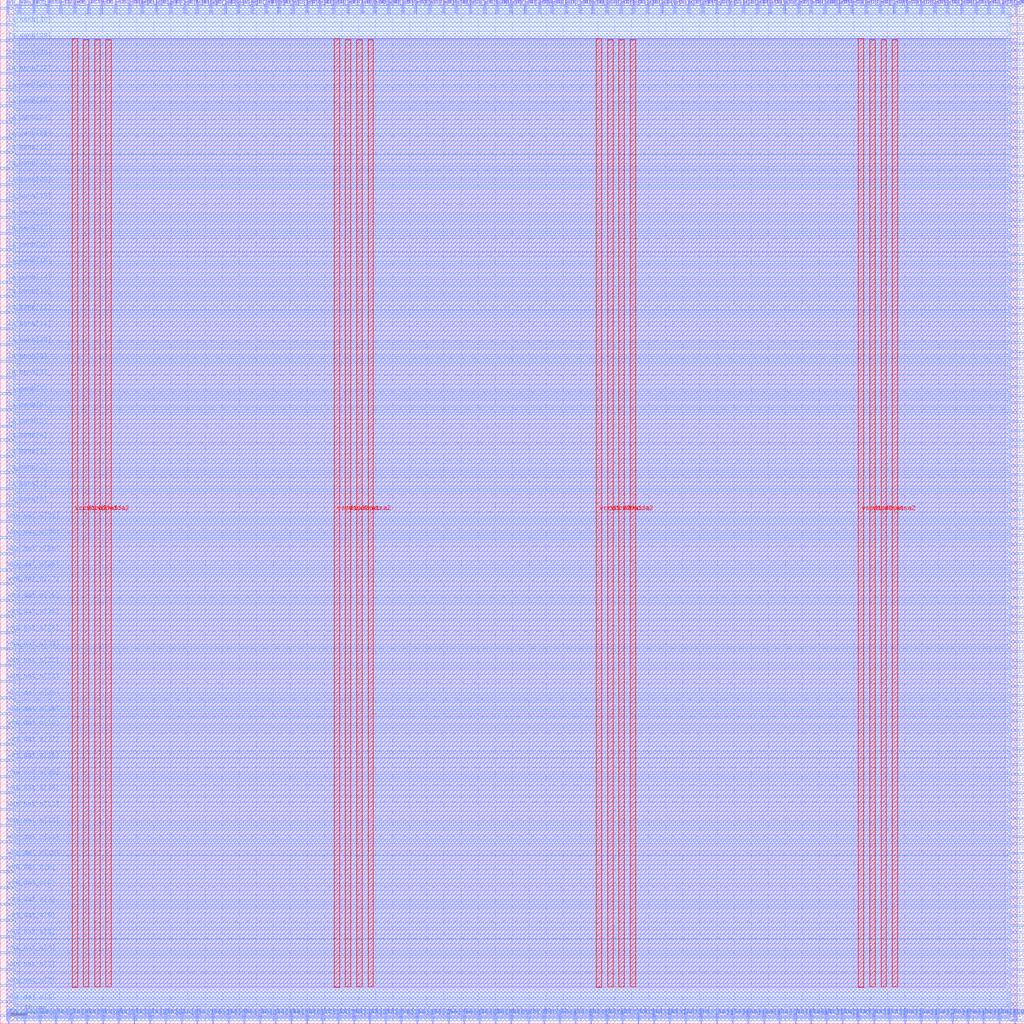
<source format=lef>
VERSION 5.7 ;
  NOWIREEXTENSIONATPIN ON ;
  DIVIDERCHAR "/" ;
  BUSBITCHARS "[]" ;
MACRO wrapped_frequency_counter
  CLASS BLOCK ;
  FOREIGN wrapped_frequency_counter ;
  ORIGIN 0.000 0.000 ;
  SIZE 300.000 BY 300.000 ;
  PIN active
    DIRECTION INPUT ;
    USE SIGNAL ;
    PORT
      LAYER met2 ;
        RECT 25.850 296.000 26.130 300.000 ;
    END
  END active
  PIN io_in[0]
    DIRECTION INPUT ;
    USE SIGNAL ;
    PORT
      LAYER met3 ;
        RECT 296.000 0.720 300.000 1.320 ;
    END
  END io_in[0]
  PIN io_in[10]
    DIRECTION INPUT ;
    USE SIGNAL ;
    PORT
      LAYER met3 ;
        RECT 296.000 78.240 300.000 78.840 ;
    END
  END io_in[10]
  PIN io_in[11]
    DIRECTION INPUT ;
    USE SIGNAL ;
    PORT
      LAYER met3 ;
        RECT 296.000 85.720 300.000 86.320 ;
    END
  END io_in[11]
  PIN io_in[12]
    DIRECTION INPUT ;
    USE SIGNAL ;
    PORT
      LAYER met3 ;
        RECT 296.000 93.200 300.000 93.800 ;
    END
  END io_in[12]
  PIN io_in[13]
    DIRECTION INPUT ;
    USE SIGNAL ;
    PORT
      LAYER met3 ;
        RECT 296.000 101.360 300.000 101.960 ;
    END
  END io_in[13]
  PIN io_in[14]
    DIRECTION INPUT ;
    USE SIGNAL ;
    PORT
      LAYER met3 ;
        RECT 296.000 108.840 300.000 109.440 ;
    END
  END io_in[14]
  PIN io_in[15]
    DIRECTION INPUT ;
    USE SIGNAL ;
    PORT
      LAYER met3 ;
        RECT 296.000 117.000 300.000 117.600 ;
    END
  END io_in[15]
  PIN io_in[16]
    DIRECTION INPUT ;
    USE SIGNAL ;
    PORT
      LAYER met3 ;
        RECT 296.000 124.480 300.000 125.080 ;
    END
  END io_in[16]
  PIN io_in[17]
    DIRECTION INPUT ;
    USE SIGNAL ;
    PORT
      LAYER met3 ;
        RECT 296.000 131.960 300.000 132.560 ;
    END
  END io_in[17]
  PIN io_in[18]
    DIRECTION INPUT ;
    USE SIGNAL ;
    PORT
      LAYER met3 ;
        RECT 296.000 140.120 300.000 140.720 ;
    END
  END io_in[18]
  PIN io_in[19]
    DIRECTION INPUT ;
    USE SIGNAL ;
    PORT
      LAYER met3 ;
        RECT 296.000 147.600 300.000 148.200 ;
    END
  END io_in[19]
  PIN io_in[1]
    DIRECTION INPUT ;
    USE SIGNAL ;
    PORT
      LAYER met3 ;
        RECT 296.000 8.200 300.000 8.800 ;
    END
  END io_in[1]
  PIN io_in[20]
    DIRECTION INPUT ;
    USE SIGNAL ;
    PORT
      LAYER met3 ;
        RECT 296.000 155.760 300.000 156.360 ;
    END
  END io_in[20]
  PIN io_in[21]
    DIRECTION INPUT ;
    USE SIGNAL ;
    PORT
      LAYER met3 ;
        RECT 296.000 163.240 300.000 163.840 ;
    END
  END io_in[21]
  PIN io_in[22]
    DIRECTION INPUT ;
    USE SIGNAL ;
    PORT
      LAYER met3 ;
        RECT 296.000 170.720 300.000 171.320 ;
    END
  END io_in[22]
  PIN io_in[23]
    DIRECTION INPUT ;
    USE SIGNAL ;
    PORT
      LAYER met3 ;
        RECT 296.000 178.880 300.000 179.480 ;
    END
  END io_in[23]
  PIN io_in[24]
    DIRECTION INPUT ;
    USE SIGNAL ;
    PORT
      LAYER met3 ;
        RECT 296.000 186.360 300.000 186.960 ;
    END
  END io_in[24]
  PIN io_in[25]
    DIRECTION INPUT ;
    USE SIGNAL ;
    PORT
      LAYER met3 ;
        RECT 296.000 194.520 300.000 195.120 ;
    END
  END io_in[25]
  PIN io_in[26]
    DIRECTION INPUT ;
    USE SIGNAL ;
    PORT
      LAYER met3 ;
        RECT 296.000 202.000 300.000 202.600 ;
    END
  END io_in[26]
  PIN io_in[27]
    DIRECTION INPUT ;
    USE SIGNAL ;
    PORT
      LAYER met3 ;
        RECT 296.000 209.480 300.000 210.080 ;
    END
  END io_in[27]
  PIN io_in[28]
    DIRECTION INPUT ;
    USE SIGNAL ;
    PORT
      LAYER met3 ;
        RECT 296.000 217.640 300.000 218.240 ;
    END
  END io_in[28]
  PIN io_in[29]
    DIRECTION INPUT ;
    USE SIGNAL ;
    PORT
      LAYER met3 ;
        RECT 296.000 225.120 300.000 225.720 ;
    END
  END io_in[29]
  PIN io_in[2]
    DIRECTION INPUT ;
    USE SIGNAL ;
    PORT
      LAYER met3 ;
        RECT 296.000 15.680 300.000 16.280 ;
    END
  END io_in[2]
  PIN io_in[30]
    DIRECTION INPUT ;
    USE SIGNAL ;
    PORT
      LAYER met3 ;
        RECT 296.000 233.280 300.000 233.880 ;
    END
  END io_in[30]
  PIN io_in[31]
    DIRECTION INPUT ;
    USE SIGNAL ;
    PORT
      LAYER met3 ;
        RECT 296.000 240.760 300.000 241.360 ;
    END
  END io_in[31]
  PIN io_in[32]
    DIRECTION INPUT ;
    USE SIGNAL ;
    PORT
      LAYER met3 ;
        RECT 296.000 248.240 300.000 248.840 ;
    END
  END io_in[32]
  PIN io_in[33]
    DIRECTION INPUT ;
    USE SIGNAL ;
    PORT
      LAYER met3 ;
        RECT 296.000 256.400 300.000 257.000 ;
    END
  END io_in[33]
  PIN io_in[34]
    DIRECTION INPUT ;
    USE SIGNAL ;
    PORT
      LAYER met3 ;
        RECT 296.000 263.880 300.000 264.480 ;
    END
  END io_in[34]
  PIN io_in[35]
    DIRECTION INPUT ;
    USE SIGNAL ;
    PORT
      LAYER met3 ;
        RECT 296.000 272.040 300.000 272.640 ;
    END
  END io_in[35]
  PIN io_in[36]
    DIRECTION INPUT ;
    USE SIGNAL ;
    PORT
      LAYER met3 ;
        RECT 296.000 279.520 300.000 280.120 ;
    END
  END io_in[36]
  PIN io_in[37]
    DIRECTION INPUT ;
    USE SIGNAL ;
    PORT
      LAYER met3 ;
        RECT 296.000 287.000 300.000 287.600 ;
    END
  END io_in[37]
  PIN io_in[3]
    DIRECTION INPUT ;
    USE SIGNAL ;
    PORT
      LAYER met3 ;
        RECT 296.000 23.840 300.000 24.440 ;
    END
  END io_in[3]
  PIN io_in[4]
    DIRECTION INPUT ;
    USE SIGNAL ;
    PORT
      LAYER met3 ;
        RECT 296.000 31.320 300.000 31.920 ;
    END
  END io_in[4]
  PIN io_in[5]
    DIRECTION INPUT ;
    USE SIGNAL ;
    PORT
      LAYER met3 ;
        RECT 296.000 39.480 300.000 40.080 ;
    END
  END io_in[5]
  PIN io_in[6]
    DIRECTION INPUT ;
    USE SIGNAL ;
    PORT
      LAYER met3 ;
        RECT 296.000 46.960 300.000 47.560 ;
    END
  END io_in[6]
  PIN io_in[7]
    DIRECTION INPUT ;
    USE SIGNAL ;
    PORT
      LAYER met3 ;
        RECT 296.000 54.440 300.000 55.040 ;
    END
  END io_in[7]
  PIN io_in[8]
    DIRECTION INPUT ;
    USE SIGNAL ;
    PORT
      LAYER met3 ;
        RECT 296.000 62.600 300.000 63.200 ;
    END
  END io_in[8]
  PIN io_in[9]
    DIRECTION INPUT ;
    USE SIGNAL ;
    PORT
      LAYER met3 ;
        RECT 296.000 70.080 300.000 70.680 ;
    END
  END io_in[9]
  PIN io_oeb[0]
    DIRECTION OUTPUT TRISTATE ;
    USE SIGNAL ;
    PORT
      LAYER met3 ;
        RECT 296.000 5.480 300.000 6.080 ;
    END
  END io_oeb[0]
  PIN io_oeb[10]
    DIRECTION OUTPUT TRISTATE ;
    USE SIGNAL ;
    PORT
      LAYER met3 ;
        RECT 296.000 83.000 300.000 83.600 ;
    END
  END io_oeb[10]
  PIN io_oeb[11]
    DIRECTION OUTPUT TRISTATE ;
    USE SIGNAL ;
    PORT
      LAYER met3 ;
        RECT 296.000 91.160 300.000 91.760 ;
    END
  END io_oeb[11]
  PIN io_oeb[12]
    DIRECTION OUTPUT TRISTATE ;
    USE SIGNAL ;
    PORT
      LAYER met3 ;
        RECT 296.000 98.640 300.000 99.240 ;
    END
  END io_oeb[12]
  PIN io_oeb[13]
    DIRECTION OUTPUT TRISTATE ;
    USE SIGNAL ;
    PORT
      LAYER met3 ;
        RECT 296.000 106.120 300.000 106.720 ;
    END
  END io_oeb[13]
  PIN io_oeb[14]
    DIRECTION OUTPUT TRISTATE ;
    USE SIGNAL ;
    PORT
      LAYER met3 ;
        RECT 296.000 114.280 300.000 114.880 ;
    END
  END io_oeb[14]
  PIN io_oeb[15]
    DIRECTION OUTPUT TRISTATE ;
    USE SIGNAL ;
    PORT
      LAYER met3 ;
        RECT 296.000 121.760 300.000 122.360 ;
    END
  END io_oeb[15]
  PIN io_oeb[16]
    DIRECTION OUTPUT TRISTATE ;
    USE SIGNAL ;
    PORT
      LAYER met3 ;
        RECT 296.000 129.920 300.000 130.520 ;
    END
  END io_oeb[16]
  PIN io_oeb[17]
    DIRECTION OUTPUT TRISTATE ;
    USE SIGNAL ;
    PORT
      LAYER met3 ;
        RECT 296.000 137.400 300.000 138.000 ;
    END
  END io_oeb[17]
  PIN io_oeb[18]
    DIRECTION OUTPUT TRISTATE ;
    USE SIGNAL ;
    PORT
      LAYER met3 ;
        RECT 296.000 144.880 300.000 145.480 ;
    END
  END io_oeb[18]
  PIN io_oeb[19]
    DIRECTION OUTPUT TRISTATE ;
    USE SIGNAL ;
    PORT
      LAYER met3 ;
        RECT 296.000 153.040 300.000 153.640 ;
    END
  END io_oeb[19]
  PIN io_oeb[1]
    DIRECTION OUTPUT TRISTATE ;
    USE SIGNAL ;
    PORT
      LAYER met3 ;
        RECT 296.000 13.640 300.000 14.240 ;
    END
  END io_oeb[1]
  PIN io_oeb[20]
    DIRECTION OUTPUT TRISTATE ;
    USE SIGNAL ;
    PORT
      LAYER met3 ;
        RECT 296.000 160.520 300.000 161.120 ;
    END
  END io_oeb[20]
  PIN io_oeb[21]
    DIRECTION OUTPUT TRISTATE ;
    USE SIGNAL ;
    PORT
      LAYER met3 ;
        RECT 296.000 168.680 300.000 169.280 ;
    END
  END io_oeb[21]
  PIN io_oeb[22]
    DIRECTION OUTPUT TRISTATE ;
    USE SIGNAL ;
    PORT
      LAYER met3 ;
        RECT 296.000 176.160 300.000 176.760 ;
    END
  END io_oeb[22]
  PIN io_oeb[23]
    DIRECTION OUTPUT TRISTATE ;
    USE SIGNAL ;
    PORT
      LAYER met3 ;
        RECT 296.000 183.640 300.000 184.240 ;
    END
  END io_oeb[23]
  PIN io_oeb[24]
    DIRECTION OUTPUT TRISTATE ;
    USE SIGNAL ;
    PORT
      LAYER met3 ;
        RECT 296.000 191.800 300.000 192.400 ;
    END
  END io_oeb[24]
  PIN io_oeb[25]
    DIRECTION OUTPUT TRISTATE ;
    USE SIGNAL ;
    PORT
      LAYER met3 ;
        RECT 296.000 199.280 300.000 199.880 ;
    END
  END io_oeb[25]
  PIN io_oeb[26]
    DIRECTION OUTPUT TRISTATE ;
    USE SIGNAL ;
    PORT
      LAYER met3 ;
        RECT 296.000 207.440 300.000 208.040 ;
    END
  END io_oeb[26]
  PIN io_oeb[27]
    DIRECTION OUTPUT TRISTATE ;
    USE SIGNAL ;
    PORT
      LAYER met3 ;
        RECT 296.000 214.920 300.000 215.520 ;
    END
  END io_oeb[27]
  PIN io_oeb[28]
    DIRECTION OUTPUT TRISTATE ;
    USE SIGNAL ;
    PORT
      LAYER met3 ;
        RECT 296.000 222.400 300.000 223.000 ;
    END
  END io_oeb[28]
  PIN io_oeb[29]
    DIRECTION OUTPUT TRISTATE ;
    USE SIGNAL ;
    PORT
      LAYER met3 ;
        RECT 296.000 230.560 300.000 231.160 ;
    END
  END io_oeb[29]
  PIN io_oeb[2]
    DIRECTION OUTPUT TRISTATE ;
    USE SIGNAL ;
    PORT
      LAYER met3 ;
        RECT 296.000 21.120 300.000 21.720 ;
    END
  END io_oeb[2]
  PIN io_oeb[30]
    DIRECTION OUTPUT TRISTATE ;
    USE SIGNAL ;
    PORT
      LAYER met3 ;
        RECT 296.000 238.040 300.000 238.640 ;
    END
  END io_oeb[30]
  PIN io_oeb[31]
    DIRECTION OUTPUT TRISTATE ;
    USE SIGNAL ;
    PORT
      LAYER met3 ;
        RECT 296.000 246.200 300.000 246.800 ;
    END
  END io_oeb[31]
  PIN io_oeb[32]
    DIRECTION OUTPUT TRISTATE ;
    USE SIGNAL ;
    PORT
      LAYER met3 ;
        RECT 296.000 253.680 300.000 254.280 ;
    END
  END io_oeb[32]
  PIN io_oeb[33]
    DIRECTION OUTPUT TRISTATE ;
    USE SIGNAL ;
    PORT
      LAYER met3 ;
        RECT 296.000 261.160 300.000 261.760 ;
    END
  END io_oeb[33]
  PIN io_oeb[34]
    DIRECTION OUTPUT TRISTATE ;
    USE SIGNAL ;
    PORT
      LAYER met3 ;
        RECT 296.000 269.320 300.000 269.920 ;
    END
  END io_oeb[34]
  PIN io_oeb[35]
    DIRECTION OUTPUT TRISTATE ;
    USE SIGNAL ;
    PORT
      LAYER met3 ;
        RECT 296.000 276.800 300.000 277.400 ;
    END
  END io_oeb[35]
  PIN io_oeb[36]
    DIRECTION OUTPUT TRISTATE ;
    USE SIGNAL ;
    PORT
      LAYER met3 ;
        RECT 296.000 284.960 300.000 285.560 ;
    END
  END io_oeb[36]
  PIN io_oeb[37]
    DIRECTION OUTPUT TRISTATE ;
    USE SIGNAL ;
    PORT
      LAYER met3 ;
        RECT 296.000 292.440 300.000 293.040 ;
    END
  END io_oeb[37]
  PIN io_oeb[3]
    DIRECTION OUTPUT TRISTATE ;
    USE SIGNAL ;
    PORT
      LAYER met3 ;
        RECT 296.000 28.600 300.000 29.200 ;
    END
  END io_oeb[3]
  PIN io_oeb[4]
    DIRECTION OUTPUT TRISTATE ;
    USE SIGNAL ;
    PORT
      LAYER met3 ;
        RECT 296.000 36.760 300.000 37.360 ;
    END
  END io_oeb[4]
  PIN io_oeb[5]
    DIRECTION OUTPUT TRISTATE ;
    USE SIGNAL ;
    PORT
      LAYER met3 ;
        RECT 296.000 44.240 300.000 44.840 ;
    END
  END io_oeb[5]
  PIN io_oeb[6]
    DIRECTION OUTPUT TRISTATE ;
    USE SIGNAL ;
    PORT
      LAYER met3 ;
        RECT 296.000 52.400 300.000 53.000 ;
    END
  END io_oeb[6]
  PIN io_oeb[7]
    DIRECTION OUTPUT TRISTATE ;
    USE SIGNAL ;
    PORT
      LAYER met3 ;
        RECT 296.000 59.880 300.000 60.480 ;
    END
  END io_oeb[7]
  PIN io_oeb[8]
    DIRECTION OUTPUT TRISTATE ;
    USE SIGNAL ;
    PORT
      LAYER met3 ;
        RECT 296.000 67.360 300.000 67.960 ;
    END
  END io_oeb[8]
  PIN io_oeb[9]
    DIRECTION OUTPUT TRISTATE ;
    USE SIGNAL ;
    PORT
      LAYER met3 ;
        RECT 296.000 75.520 300.000 76.120 ;
    END
  END io_oeb[9]
  PIN io_out[0]
    DIRECTION OUTPUT TRISTATE ;
    USE SIGNAL ;
    PORT
      LAYER met3 ;
        RECT 296.000 2.760 300.000 3.360 ;
    END
  END io_out[0]
  PIN io_out[10]
    DIRECTION OUTPUT TRISTATE ;
    USE SIGNAL ;
    PORT
      LAYER met3 ;
        RECT 296.000 80.280 300.000 80.880 ;
    END
  END io_out[10]
  PIN io_out[11]
    DIRECTION OUTPUT TRISTATE ;
    USE SIGNAL ;
    PORT
      LAYER met3 ;
        RECT 296.000 88.440 300.000 89.040 ;
    END
  END io_out[11]
  PIN io_out[12]
    DIRECTION OUTPUT TRISTATE ;
    USE SIGNAL ;
    PORT
      LAYER met3 ;
        RECT 296.000 95.920 300.000 96.520 ;
    END
  END io_out[12]
  PIN io_out[13]
    DIRECTION OUTPUT TRISTATE ;
    USE SIGNAL ;
    PORT
      LAYER met3 ;
        RECT 296.000 104.080 300.000 104.680 ;
    END
  END io_out[13]
  PIN io_out[14]
    DIRECTION OUTPUT TRISTATE ;
    USE SIGNAL ;
    PORT
      LAYER met3 ;
        RECT 296.000 111.560 300.000 112.160 ;
    END
  END io_out[14]
  PIN io_out[15]
    DIRECTION OUTPUT TRISTATE ;
    USE SIGNAL ;
    PORT
      LAYER met3 ;
        RECT 296.000 119.040 300.000 119.640 ;
    END
  END io_out[15]
  PIN io_out[16]
    DIRECTION OUTPUT TRISTATE ;
    USE SIGNAL ;
    PORT
      LAYER met3 ;
        RECT 296.000 127.200 300.000 127.800 ;
    END
  END io_out[16]
  PIN io_out[17]
    DIRECTION OUTPUT TRISTATE ;
    USE SIGNAL ;
    PORT
      LAYER met3 ;
        RECT 296.000 134.680 300.000 135.280 ;
    END
  END io_out[17]
  PIN io_out[18]
    DIRECTION OUTPUT TRISTATE ;
    USE SIGNAL ;
    PORT
      LAYER met3 ;
        RECT 296.000 142.840 300.000 143.440 ;
    END
  END io_out[18]
  PIN io_out[19]
    DIRECTION OUTPUT TRISTATE ;
    USE SIGNAL ;
    PORT
      LAYER met3 ;
        RECT 296.000 150.320 300.000 150.920 ;
    END
  END io_out[19]
  PIN io_out[1]
    DIRECTION OUTPUT TRISTATE ;
    USE SIGNAL ;
    PORT
      LAYER met3 ;
        RECT 296.000 10.920 300.000 11.520 ;
    END
  END io_out[1]
  PIN io_out[20]
    DIRECTION OUTPUT TRISTATE ;
    USE SIGNAL ;
    PORT
      LAYER met3 ;
        RECT 296.000 157.800 300.000 158.400 ;
    END
  END io_out[20]
  PIN io_out[21]
    DIRECTION OUTPUT TRISTATE ;
    USE SIGNAL ;
    PORT
      LAYER met3 ;
        RECT 296.000 165.960 300.000 166.560 ;
    END
  END io_out[21]
  PIN io_out[22]
    DIRECTION OUTPUT TRISTATE ;
    USE SIGNAL ;
    PORT
      LAYER met3 ;
        RECT 296.000 173.440 300.000 174.040 ;
    END
  END io_out[22]
  PIN io_out[23]
    DIRECTION OUTPUT TRISTATE ;
    USE SIGNAL ;
    PORT
      LAYER met3 ;
        RECT 296.000 181.600 300.000 182.200 ;
    END
  END io_out[23]
  PIN io_out[24]
    DIRECTION OUTPUT TRISTATE ;
    USE SIGNAL ;
    PORT
      LAYER met3 ;
        RECT 296.000 189.080 300.000 189.680 ;
    END
  END io_out[24]
  PIN io_out[25]
    DIRECTION OUTPUT TRISTATE ;
    USE SIGNAL ;
    PORT
      LAYER met3 ;
        RECT 296.000 196.560 300.000 197.160 ;
    END
  END io_out[25]
  PIN io_out[26]
    DIRECTION OUTPUT TRISTATE ;
    USE SIGNAL ;
    PORT
      LAYER met3 ;
        RECT 296.000 204.720 300.000 205.320 ;
    END
  END io_out[26]
  PIN io_out[27]
    DIRECTION OUTPUT TRISTATE ;
    USE SIGNAL ;
    PORT
      LAYER met3 ;
        RECT 296.000 212.200 300.000 212.800 ;
    END
  END io_out[27]
  PIN io_out[28]
    DIRECTION OUTPUT TRISTATE ;
    USE SIGNAL ;
    PORT
      LAYER met3 ;
        RECT 296.000 220.360 300.000 220.960 ;
    END
  END io_out[28]
  PIN io_out[29]
    DIRECTION OUTPUT TRISTATE ;
    USE SIGNAL ;
    PORT
      LAYER met3 ;
        RECT 296.000 227.840 300.000 228.440 ;
    END
  END io_out[29]
  PIN io_out[2]
    DIRECTION OUTPUT TRISTATE ;
    USE SIGNAL ;
    PORT
      LAYER met3 ;
        RECT 296.000 18.400 300.000 19.000 ;
    END
  END io_out[2]
  PIN io_out[30]
    DIRECTION OUTPUT TRISTATE ;
    USE SIGNAL ;
    PORT
      LAYER met3 ;
        RECT 296.000 235.320 300.000 235.920 ;
    END
  END io_out[30]
  PIN io_out[31]
    DIRECTION OUTPUT TRISTATE ;
    USE SIGNAL ;
    PORT
      LAYER met3 ;
        RECT 296.000 243.480 300.000 244.080 ;
    END
  END io_out[31]
  PIN io_out[32]
    DIRECTION OUTPUT TRISTATE ;
    USE SIGNAL ;
    PORT
      LAYER met3 ;
        RECT 296.000 250.960 300.000 251.560 ;
    END
  END io_out[32]
  PIN io_out[33]
    DIRECTION OUTPUT TRISTATE ;
    USE SIGNAL ;
    PORT
      LAYER met3 ;
        RECT 296.000 259.120 300.000 259.720 ;
    END
  END io_out[33]
  PIN io_out[34]
    DIRECTION OUTPUT TRISTATE ;
    USE SIGNAL ;
    PORT
      LAYER met3 ;
        RECT 296.000 266.600 300.000 267.200 ;
    END
  END io_out[34]
  PIN io_out[35]
    DIRECTION OUTPUT TRISTATE ;
    USE SIGNAL ;
    PORT
      LAYER met3 ;
        RECT 296.000 274.080 300.000 274.680 ;
    END
  END io_out[35]
  PIN io_out[36]
    DIRECTION OUTPUT TRISTATE ;
    USE SIGNAL ;
    PORT
      LAYER met3 ;
        RECT 296.000 282.240 300.000 282.840 ;
    END
  END io_out[36]
  PIN io_out[37]
    DIRECTION OUTPUT TRISTATE ;
    USE SIGNAL ;
    PORT
      LAYER met3 ;
        RECT 296.000 289.720 300.000 290.320 ;
    END
  END io_out[37]
  PIN io_out[3]
    DIRECTION OUTPUT TRISTATE ;
    USE SIGNAL ;
    PORT
      LAYER met3 ;
        RECT 296.000 26.560 300.000 27.160 ;
    END
  END io_out[3]
  PIN io_out[4]
    DIRECTION OUTPUT TRISTATE ;
    USE SIGNAL ;
    PORT
      LAYER met3 ;
        RECT 296.000 34.040 300.000 34.640 ;
    END
  END io_out[4]
  PIN io_out[5]
    DIRECTION OUTPUT TRISTATE ;
    USE SIGNAL ;
    PORT
      LAYER met3 ;
        RECT 296.000 41.520 300.000 42.120 ;
    END
  END io_out[5]
  PIN io_out[6]
    DIRECTION OUTPUT TRISTATE ;
    USE SIGNAL ;
    PORT
      LAYER met3 ;
        RECT 296.000 49.680 300.000 50.280 ;
    END
  END io_out[6]
  PIN io_out[7]
    DIRECTION OUTPUT TRISTATE ;
    USE SIGNAL ;
    PORT
      LAYER met3 ;
        RECT 296.000 57.160 300.000 57.760 ;
    END
  END io_out[7]
  PIN io_out[8]
    DIRECTION OUTPUT TRISTATE ;
    USE SIGNAL ;
    PORT
      LAYER met3 ;
        RECT 296.000 65.320 300.000 65.920 ;
    END
  END io_out[8]
  PIN io_out[9]
    DIRECTION OUTPUT TRISTATE ;
    USE SIGNAL ;
    PORT
      LAYER met3 ;
        RECT 296.000 72.800 300.000 73.400 ;
    END
  END io_out[9]
  PIN irq[0]
    DIRECTION OUTPUT TRISTATE ;
    USE SIGNAL ;
    PORT
      LAYER met3 ;
        RECT 296.000 295.160 300.000 295.760 ;
    END
  END irq[0]
  PIN irq[1]
    DIRECTION OUTPUT TRISTATE ;
    USE SIGNAL ;
    PORT
      LAYER met3 ;
        RECT 296.000 297.880 300.000 298.480 ;
    END
  END irq[1]
  PIN irq[2]
    DIRECTION OUTPUT TRISTATE ;
    USE SIGNAL ;
    PORT
      LAYER met2 ;
        RECT 297.250 0.000 297.530 4.000 ;
    END
  END irq[2]
  PIN la_data_in[0]
    DIRECTION INPUT ;
    USE SIGNAL ;
    PORT
      LAYER met2 ;
        RECT 2.390 0.000 2.670 4.000 ;
    END
  END la_data_in[0]
  PIN la_data_in[10]
    DIRECTION INPUT ;
    USE SIGNAL ;
    PORT
      LAYER met2 ;
        RECT 48.390 0.000 48.670 4.000 ;
    END
  END la_data_in[10]
  PIN la_data_in[11]
    DIRECTION INPUT ;
    USE SIGNAL ;
    PORT
      LAYER met2 ;
        RECT 52.990 0.000 53.270 4.000 ;
    END
  END la_data_in[11]
  PIN la_data_in[12]
    DIRECTION INPUT ;
    USE SIGNAL ;
    PORT
      LAYER met2 ;
        RECT 57.590 0.000 57.870 4.000 ;
    END
  END la_data_in[12]
  PIN la_data_in[13]
    DIRECTION INPUT ;
    USE SIGNAL ;
    PORT
      LAYER met2 ;
        RECT 62.190 0.000 62.470 4.000 ;
    END
  END la_data_in[13]
  PIN la_data_in[14]
    DIRECTION INPUT ;
    USE SIGNAL ;
    PORT
      LAYER met2 ;
        RECT 66.790 0.000 67.070 4.000 ;
    END
  END la_data_in[14]
  PIN la_data_in[15]
    DIRECTION INPUT ;
    USE SIGNAL ;
    PORT
      LAYER met2 ;
        RECT 71.390 0.000 71.670 4.000 ;
    END
  END la_data_in[15]
  PIN la_data_in[16]
    DIRECTION INPUT ;
    USE SIGNAL ;
    PORT
      LAYER met2 ;
        RECT 75.990 0.000 76.270 4.000 ;
    END
  END la_data_in[16]
  PIN la_data_in[17]
    DIRECTION INPUT ;
    USE SIGNAL ;
    PORT
      LAYER met2 ;
        RECT 80.590 0.000 80.870 4.000 ;
    END
  END la_data_in[17]
  PIN la_data_in[18]
    DIRECTION INPUT ;
    USE SIGNAL ;
    PORT
      LAYER met2 ;
        RECT 85.190 0.000 85.470 4.000 ;
    END
  END la_data_in[18]
  PIN la_data_in[19]
    DIRECTION INPUT ;
    USE SIGNAL ;
    PORT
      LAYER met2 ;
        RECT 89.790 0.000 90.070 4.000 ;
    END
  END la_data_in[19]
  PIN la_data_in[1]
    DIRECTION INPUT ;
    USE SIGNAL ;
    PORT
      LAYER met2 ;
        RECT 6.990 0.000 7.270 4.000 ;
    END
  END la_data_in[1]
  PIN la_data_in[20]
    DIRECTION INPUT ;
    USE SIGNAL ;
    PORT
      LAYER met2 ;
        RECT 94.390 0.000 94.670 4.000 ;
    END
  END la_data_in[20]
  PIN la_data_in[21]
    DIRECTION INPUT ;
    USE SIGNAL ;
    PORT
      LAYER met2 ;
        RECT 98.990 0.000 99.270 4.000 ;
    END
  END la_data_in[21]
  PIN la_data_in[22]
    DIRECTION INPUT ;
    USE SIGNAL ;
    PORT
      LAYER met2 ;
        RECT 103.590 0.000 103.870 4.000 ;
    END
  END la_data_in[22]
  PIN la_data_in[23]
    DIRECTION INPUT ;
    USE SIGNAL ;
    PORT
      LAYER met2 ;
        RECT 108.190 0.000 108.470 4.000 ;
    END
  END la_data_in[23]
  PIN la_data_in[24]
    DIRECTION INPUT ;
    USE SIGNAL ;
    PORT
      LAYER met2 ;
        RECT 112.790 0.000 113.070 4.000 ;
    END
  END la_data_in[24]
  PIN la_data_in[25]
    DIRECTION INPUT ;
    USE SIGNAL ;
    PORT
      LAYER met2 ;
        RECT 117.390 0.000 117.670 4.000 ;
    END
  END la_data_in[25]
  PIN la_data_in[26]
    DIRECTION INPUT ;
    USE SIGNAL ;
    PORT
      LAYER met2 ;
        RECT 121.990 0.000 122.270 4.000 ;
    END
  END la_data_in[26]
  PIN la_data_in[27]
    DIRECTION INPUT ;
    USE SIGNAL ;
    PORT
      LAYER met2 ;
        RECT 126.590 0.000 126.870 4.000 ;
    END
  END la_data_in[27]
  PIN la_data_in[28]
    DIRECTION INPUT ;
    USE SIGNAL ;
    PORT
      LAYER met2 ;
        RECT 131.190 0.000 131.470 4.000 ;
    END
  END la_data_in[28]
  PIN la_data_in[29]
    DIRECTION INPUT ;
    USE SIGNAL ;
    PORT
      LAYER met2 ;
        RECT 135.790 0.000 136.070 4.000 ;
    END
  END la_data_in[29]
  PIN la_data_in[2]
    DIRECTION INPUT ;
    USE SIGNAL ;
    PORT
      LAYER met2 ;
        RECT 11.590 0.000 11.870 4.000 ;
    END
  END la_data_in[2]
  PIN la_data_in[30]
    DIRECTION INPUT ;
    USE SIGNAL ;
    PORT
      LAYER met2 ;
        RECT 140.390 0.000 140.670 4.000 ;
    END
  END la_data_in[30]
  PIN la_data_in[31]
    DIRECTION INPUT ;
    USE SIGNAL ;
    PORT
      LAYER met2 ;
        RECT 144.990 0.000 145.270 4.000 ;
    END
  END la_data_in[31]
  PIN la_data_in[3]
    DIRECTION INPUT ;
    USE SIGNAL ;
    PORT
      LAYER met2 ;
        RECT 16.190 0.000 16.470 4.000 ;
    END
  END la_data_in[3]
  PIN la_data_in[4]
    DIRECTION INPUT ;
    USE SIGNAL ;
    PORT
      LAYER met2 ;
        RECT 20.790 0.000 21.070 4.000 ;
    END
  END la_data_in[4]
  PIN la_data_in[5]
    DIRECTION INPUT ;
    USE SIGNAL ;
    PORT
      LAYER met2 ;
        RECT 25.390 0.000 25.670 4.000 ;
    END
  END la_data_in[5]
  PIN la_data_in[6]
    DIRECTION INPUT ;
    USE SIGNAL ;
    PORT
      LAYER met2 ;
        RECT 29.990 0.000 30.270 4.000 ;
    END
  END la_data_in[6]
  PIN la_data_in[7]
    DIRECTION INPUT ;
    USE SIGNAL ;
    PORT
      LAYER met2 ;
        RECT 34.590 0.000 34.870 4.000 ;
    END
  END la_data_in[7]
  PIN la_data_in[8]
    DIRECTION INPUT ;
    USE SIGNAL ;
    PORT
      LAYER met2 ;
        RECT 39.190 0.000 39.470 4.000 ;
    END
  END la_data_in[8]
  PIN la_data_in[9]
    DIRECTION INPUT ;
    USE SIGNAL ;
    PORT
      LAYER met2 ;
        RECT 43.790 0.000 44.070 4.000 ;
    END
  END la_data_in[9]
  PIN la_data_out[0]
    DIRECTION OUTPUT TRISTATE ;
    USE SIGNAL ;
    PORT
      LAYER met2 ;
        RECT 149.590 0.000 149.870 4.000 ;
    END
  END la_data_out[0]
  PIN la_data_out[10]
    DIRECTION OUTPUT TRISTATE ;
    USE SIGNAL ;
    PORT
      LAYER met2 ;
        RECT 196.050 0.000 196.330 4.000 ;
    END
  END la_data_out[10]
  PIN la_data_out[11]
    DIRECTION OUTPUT TRISTATE ;
    USE SIGNAL ;
    PORT
      LAYER met2 ;
        RECT 200.650 0.000 200.930 4.000 ;
    END
  END la_data_out[11]
  PIN la_data_out[12]
    DIRECTION OUTPUT TRISTATE ;
    USE SIGNAL ;
    PORT
      LAYER met2 ;
        RECT 205.250 0.000 205.530 4.000 ;
    END
  END la_data_out[12]
  PIN la_data_out[13]
    DIRECTION OUTPUT TRISTATE ;
    USE SIGNAL ;
    PORT
      LAYER met2 ;
        RECT 209.850 0.000 210.130 4.000 ;
    END
  END la_data_out[13]
  PIN la_data_out[14]
    DIRECTION OUTPUT TRISTATE ;
    USE SIGNAL ;
    PORT
      LAYER met2 ;
        RECT 214.450 0.000 214.730 4.000 ;
    END
  END la_data_out[14]
  PIN la_data_out[15]
    DIRECTION OUTPUT TRISTATE ;
    USE SIGNAL ;
    PORT
      LAYER met2 ;
        RECT 219.050 0.000 219.330 4.000 ;
    END
  END la_data_out[15]
  PIN la_data_out[16]
    DIRECTION OUTPUT TRISTATE ;
    USE SIGNAL ;
    PORT
      LAYER met2 ;
        RECT 223.650 0.000 223.930 4.000 ;
    END
  END la_data_out[16]
  PIN la_data_out[17]
    DIRECTION OUTPUT TRISTATE ;
    USE SIGNAL ;
    PORT
      LAYER met2 ;
        RECT 228.250 0.000 228.530 4.000 ;
    END
  END la_data_out[17]
  PIN la_data_out[18]
    DIRECTION OUTPUT TRISTATE ;
    USE SIGNAL ;
    PORT
      LAYER met2 ;
        RECT 232.850 0.000 233.130 4.000 ;
    END
  END la_data_out[18]
  PIN la_data_out[19]
    DIRECTION OUTPUT TRISTATE ;
    USE SIGNAL ;
    PORT
      LAYER met2 ;
        RECT 237.450 0.000 237.730 4.000 ;
    END
  END la_data_out[19]
  PIN la_data_out[1]
    DIRECTION OUTPUT TRISTATE ;
    USE SIGNAL ;
    PORT
      LAYER met2 ;
        RECT 154.650 0.000 154.930 4.000 ;
    END
  END la_data_out[1]
  PIN la_data_out[20]
    DIRECTION OUTPUT TRISTATE ;
    USE SIGNAL ;
    PORT
      LAYER met2 ;
        RECT 242.050 0.000 242.330 4.000 ;
    END
  END la_data_out[20]
  PIN la_data_out[21]
    DIRECTION OUTPUT TRISTATE ;
    USE SIGNAL ;
    PORT
      LAYER met2 ;
        RECT 246.650 0.000 246.930 4.000 ;
    END
  END la_data_out[21]
  PIN la_data_out[22]
    DIRECTION OUTPUT TRISTATE ;
    USE SIGNAL ;
    PORT
      LAYER met2 ;
        RECT 251.250 0.000 251.530 4.000 ;
    END
  END la_data_out[22]
  PIN la_data_out[23]
    DIRECTION OUTPUT TRISTATE ;
    USE SIGNAL ;
    PORT
      LAYER met2 ;
        RECT 255.850 0.000 256.130 4.000 ;
    END
  END la_data_out[23]
  PIN la_data_out[24]
    DIRECTION OUTPUT TRISTATE ;
    USE SIGNAL ;
    PORT
      LAYER met2 ;
        RECT 260.450 0.000 260.730 4.000 ;
    END
  END la_data_out[24]
  PIN la_data_out[25]
    DIRECTION OUTPUT TRISTATE ;
    USE SIGNAL ;
    PORT
      LAYER met2 ;
        RECT 265.050 0.000 265.330 4.000 ;
    END
  END la_data_out[25]
  PIN la_data_out[26]
    DIRECTION OUTPUT TRISTATE ;
    USE SIGNAL ;
    PORT
      LAYER met2 ;
        RECT 269.650 0.000 269.930 4.000 ;
    END
  END la_data_out[26]
  PIN la_data_out[27]
    DIRECTION OUTPUT TRISTATE ;
    USE SIGNAL ;
    PORT
      LAYER met2 ;
        RECT 274.250 0.000 274.530 4.000 ;
    END
  END la_data_out[27]
  PIN la_data_out[28]
    DIRECTION OUTPUT TRISTATE ;
    USE SIGNAL ;
    PORT
      LAYER met2 ;
        RECT 278.850 0.000 279.130 4.000 ;
    END
  END la_data_out[28]
  PIN la_data_out[29]
    DIRECTION OUTPUT TRISTATE ;
    USE SIGNAL ;
    PORT
      LAYER met2 ;
        RECT 283.450 0.000 283.730 4.000 ;
    END
  END la_data_out[29]
  PIN la_data_out[2]
    DIRECTION OUTPUT TRISTATE ;
    USE SIGNAL ;
    PORT
      LAYER met2 ;
        RECT 159.250 0.000 159.530 4.000 ;
    END
  END la_data_out[2]
  PIN la_data_out[30]
    DIRECTION OUTPUT TRISTATE ;
    USE SIGNAL ;
    PORT
      LAYER met2 ;
        RECT 288.050 0.000 288.330 4.000 ;
    END
  END la_data_out[30]
  PIN la_data_out[31]
    DIRECTION OUTPUT TRISTATE ;
    USE SIGNAL ;
    PORT
      LAYER met2 ;
        RECT 292.650 0.000 292.930 4.000 ;
    END
  END la_data_out[31]
  PIN la_data_out[3]
    DIRECTION OUTPUT TRISTATE ;
    USE SIGNAL ;
    PORT
      LAYER met2 ;
        RECT 163.850 0.000 164.130 4.000 ;
    END
  END la_data_out[3]
  PIN la_data_out[4]
    DIRECTION OUTPUT TRISTATE ;
    USE SIGNAL ;
    PORT
      LAYER met2 ;
        RECT 168.450 0.000 168.730 4.000 ;
    END
  END la_data_out[4]
  PIN la_data_out[5]
    DIRECTION OUTPUT TRISTATE ;
    USE SIGNAL ;
    PORT
      LAYER met2 ;
        RECT 173.050 0.000 173.330 4.000 ;
    END
  END la_data_out[5]
  PIN la_data_out[6]
    DIRECTION OUTPUT TRISTATE ;
    USE SIGNAL ;
    PORT
      LAYER met2 ;
        RECT 177.650 0.000 177.930 4.000 ;
    END
  END la_data_out[6]
  PIN la_data_out[7]
    DIRECTION OUTPUT TRISTATE ;
    USE SIGNAL ;
    PORT
      LAYER met2 ;
        RECT 182.250 0.000 182.530 4.000 ;
    END
  END la_data_out[7]
  PIN la_data_out[8]
    DIRECTION OUTPUT TRISTATE ;
    USE SIGNAL ;
    PORT
      LAYER met2 ;
        RECT 186.850 0.000 187.130 4.000 ;
    END
  END la_data_out[8]
  PIN la_data_out[9]
    DIRECTION OUTPUT TRISTATE ;
    USE SIGNAL ;
    PORT
      LAYER met2 ;
        RECT 191.450 0.000 191.730 4.000 ;
    END
  END la_data_out[9]
  PIN la_oenb[0]
    DIRECTION INPUT ;
    USE SIGNAL ;
    PORT
      LAYER met3 ;
        RECT 0.000 151.680 4.000 152.280 ;
    END
  END la_oenb[0]
  PIN la_oenb[10]
    DIRECTION INPUT ;
    USE SIGNAL ;
    PORT
      LAYER met3 ;
        RECT 0.000 198.600 4.000 199.200 ;
    END
  END la_oenb[10]
  PIN la_oenb[11]
    DIRECTION INPUT ;
    USE SIGNAL ;
    PORT
      LAYER met3 ;
        RECT 0.000 203.360 4.000 203.960 ;
    END
  END la_oenb[11]
  PIN la_oenb[12]
    DIRECTION INPUT ;
    USE SIGNAL ;
    PORT
      LAYER met3 ;
        RECT 0.000 208.120 4.000 208.720 ;
    END
  END la_oenb[12]
  PIN la_oenb[13]
    DIRECTION INPUT ;
    USE SIGNAL ;
    PORT
      LAYER met3 ;
        RECT 0.000 212.880 4.000 213.480 ;
    END
  END la_oenb[13]
  PIN la_oenb[14]
    DIRECTION INPUT ;
    USE SIGNAL ;
    PORT
      LAYER met3 ;
        RECT 0.000 216.960 4.000 217.560 ;
    END
  END la_oenb[14]
  PIN la_oenb[15]
    DIRECTION INPUT ;
    USE SIGNAL ;
    PORT
      LAYER met3 ;
        RECT 0.000 221.720 4.000 222.320 ;
    END
  END la_oenb[15]
  PIN la_oenb[16]
    DIRECTION INPUT ;
    USE SIGNAL ;
    PORT
      LAYER met3 ;
        RECT 0.000 226.480 4.000 227.080 ;
    END
  END la_oenb[16]
  PIN la_oenb[17]
    DIRECTION INPUT ;
    USE SIGNAL ;
    PORT
      LAYER met3 ;
        RECT 0.000 231.240 4.000 231.840 ;
    END
  END la_oenb[17]
  PIN la_oenb[18]
    DIRECTION INPUT ;
    USE SIGNAL ;
    PORT
      LAYER met3 ;
        RECT 0.000 236.000 4.000 236.600 ;
    END
  END la_oenb[18]
  PIN la_oenb[19]
    DIRECTION INPUT ;
    USE SIGNAL ;
    PORT
      LAYER met3 ;
        RECT 0.000 240.760 4.000 241.360 ;
    END
  END la_oenb[19]
  PIN la_oenb[1]
    DIRECTION INPUT ;
    USE SIGNAL ;
    PORT
      LAYER met3 ;
        RECT 0.000 156.440 4.000 157.040 ;
    END
  END la_oenb[1]
  PIN la_oenb[20]
    DIRECTION INPUT ;
    USE SIGNAL ;
    PORT
      LAYER met3 ;
        RECT 0.000 245.520 4.000 246.120 ;
    END
  END la_oenb[20]
  PIN la_oenb[21]
    DIRECTION INPUT ;
    USE SIGNAL ;
    PORT
      LAYER met3 ;
        RECT 0.000 250.280 4.000 250.880 ;
    END
  END la_oenb[21]
  PIN la_oenb[22]
    DIRECTION INPUT ;
    USE SIGNAL ;
    PORT
      LAYER met3 ;
        RECT 0.000 255.040 4.000 255.640 ;
    END
  END la_oenb[22]
  PIN la_oenb[23]
    DIRECTION INPUT ;
    USE SIGNAL ;
    PORT
      LAYER met3 ;
        RECT 0.000 259.120 4.000 259.720 ;
    END
  END la_oenb[23]
  PIN la_oenb[24]
    DIRECTION INPUT ;
    USE SIGNAL ;
    PORT
      LAYER met3 ;
        RECT 0.000 263.880 4.000 264.480 ;
    END
  END la_oenb[24]
  PIN la_oenb[25]
    DIRECTION INPUT ;
    USE SIGNAL ;
    PORT
      LAYER met3 ;
        RECT 0.000 268.640 4.000 269.240 ;
    END
  END la_oenb[25]
  PIN la_oenb[26]
    DIRECTION INPUT ;
    USE SIGNAL ;
    PORT
      LAYER met3 ;
        RECT 0.000 273.400 4.000 274.000 ;
    END
  END la_oenb[26]
  PIN la_oenb[27]
    DIRECTION INPUT ;
    USE SIGNAL ;
    PORT
      LAYER met3 ;
        RECT 0.000 278.160 4.000 278.760 ;
    END
  END la_oenb[27]
  PIN la_oenb[28]
    DIRECTION INPUT ;
    USE SIGNAL ;
    PORT
      LAYER met3 ;
        RECT 0.000 282.920 4.000 283.520 ;
    END
  END la_oenb[28]
  PIN la_oenb[29]
    DIRECTION INPUT ;
    USE SIGNAL ;
    PORT
      LAYER met3 ;
        RECT 0.000 287.680 4.000 288.280 ;
    END
  END la_oenb[29]
  PIN la_oenb[2]
    DIRECTION INPUT ;
    USE SIGNAL ;
    PORT
      LAYER met3 ;
        RECT 0.000 161.200 4.000 161.800 ;
    END
  END la_oenb[2]
  PIN la_oenb[30]
    DIRECTION INPUT ;
    USE SIGNAL ;
    PORT
      LAYER met3 ;
        RECT 0.000 292.440 4.000 293.040 ;
    END
  END la_oenb[30]
  PIN la_oenb[31]
    DIRECTION INPUT ;
    USE SIGNAL ;
    PORT
      LAYER met3 ;
        RECT 0.000 297.200 4.000 297.800 ;
    END
  END la_oenb[31]
  PIN la_oenb[3]
    DIRECTION INPUT ;
    USE SIGNAL ;
    PORT
      LAYER met3 ;
        RECT 0.000 165.960 4.000 166.560 ;
    END
  END la_oenb[3]
  PIN la_oenb[4]
    DIRECTION INPUT ;
    USE SIGNAL ;
    PORT
      LAYER met3 ;
        RECT 0.000 170.720 4.000 171.320 ;
    END
  END la_oenb[4]
  PIN la_oenb[5]
    DIRECTION INPUT ;
    USE SIGNAL ;
    PORT
      LAYER met3 ;
        RECT 0.000 174.800 4.000 175.400 ;
    END
  END la_oenb[5]
  PIN la_oenb[6]
    DIRECTION INPUT ;
    USE SIGNAL ;
    PORT
      LAYER met3 ;
        RECT 0.000 179.560 4.000 180.160 ;
    END
  END la_oenb[6]
  PIN la_oenb[7]
    DIRECTION INPUT ;
    USE SIGNAL ;
    PORT
      LAYER met3 ;
        RECT 0.000 184.320 4.000 184.920 ;
    END
  END la_oenb[7]
  PIN la_oenb[8]
    DIRECTION INPUT ;
    USE SIGNAL ;
    PORT
      LAYER met3 ;
        RECT 0.000 189.080 4.000 189.680 ;
    END
  END la_oenb[8]
  PIN la_oenb[9]
    DIRECTION INPUT ;
    USE SIGNAL ;
    PORT
      LAYER met3 ;
        RECT 0.000 193.840 4.000 194.440 ;
    END
  END la_oenb[9]
  PIN wb_clk_i
    DIRECTION INPUT ;
    USE SIGNAL ;
    PORT
      LAYER met2 ;
        RECT 1.930 296.000 2.210 300.000 ;
    END
  END wb_clk_i
  PIN wb_rst_i
    DIRECTION INPUT ;
    USE SIGNAL ;
    PORT
      LAYER met2 ;
        RECT 5.610 296.000 5.890 300.000 ;
    END
  END wb_rst_i
  PIN wbs_ack_o
    DIRECTION OUTPUT TRISTATE ;
    USE SIGNAL ;
    PORT
      LAYER met2 ;
        RECT 21.710 296.000 21.990 300.000 ;
    END
  END wbs_ack_o
  PIN wbs_adr_i[0]
    DIRECTION INPUT ;
    USE SIGNAL ;
    PORT
      LAYER met2 ;
        RECT 45.630 296.000 45.910 300.000 ;
    END
  END wbs_adr_i[0]
  PIN wbs_adr_i[10]
    DIRECTION INPUT ;
    USE SIGNAL ;
    PORT
      LAYER met2 ;
        RECT 85.650 296.000 85.930 300.000 ;
    END
  END wbs_adr_i[10]
  PIN wbs_adr_i[11]
    DIRECTION INPUT ;
    USE SIGNAL ;
    PORT
      LAYER met2 ;
        RECT 89.790 296.000 90.070 300.000 ;
    END
  END wbs_adr_i[11]
  PIN wbs_adr_i[12]
    DIRECTION INPUT ;
    USE SIGNAL ;
    PORT
      LAYER met2 ;
        RECT 93.470 296.000 93.750 300.000 ;
    END
  END wbs_adr_i[12]
  PIN wbs_adr_i[13]
    DIRECTION INPUT ;
    USE SIGNAL ;
    PORT
      LAYER met2 ;
        RECT 97.610 296.000 97.890 300.000 ;
    END
  END wbs_adr_i[13]
  PIN wbs_adr_i[14]
    DIRECTION INPUT ;
    USE SIGNAL ;
    PORT
      LAYER met2 ;
        RECT 101.750 296.000 102.030 300.000 ;
    END
  END wbs_adr_i[14]
  PIN wbs_adr_i[15]
    DIRECTION INPUT ;
    USE SIGNAL ;
    PORT
      LAYER met2 ;
        RECT 105.890 296.000 106.170 300.000 ;
    END
  END wbs_adr_i[15]
  PIN wbs_adr_i[16]
    DIRECTION INPUT ;
    USE SIGNAL ;
    PORT
      LAYER met2 ;
        RECT 109.570 296.000 109.850 300.000 ;
    END
  END wbs_adr_i[16]
  PIN wbs_adr_i[17]
    DIRECTION INPUT ;
    USE SIGNAL ;
    PORT
      LAYER met2 ;
        RECT 113.710 296.000 113.990 300.000 ;
    END
  END wbs_adr_i[17]
  PIN wbs_adr_i[18]
    DIRECTION INPUT ;
    USE SIGNAL ;
    PORT
      LAYER met2 ;
        RECT 117.850 296.000 118.130 300.000 ;
    END
  END wbs_adr_i[18]
  PIN wbs_adr_i[19]
    DIRECTION INPUT ;
    USE SIGNAL ;
    PORT
      LAYER met2 ;
        RECT 121.530 296.000 121.810 300.000 ;
    END
  END wbs_adr_i[19]
  PIN wbs_adr_i[1]
    DIRECTION INPUT ;
    USE SIGNAL ;
    PORT
      LAYER met2 ;
        RECT 49.770 296.000 50.050 300.000 ;
    END
  END wbs_adr_i[1]
  PIN wbs_adr_i[20]
    DIRECTION INPUT ;
    USE SIGNAL ;
    PORT
      LAYER met2 ;
        RECT 125.670 296.000 125.950 300.000 ;
    END
  END wbs_adr_i[20]
  PIN wbs_adr_i[21]
    DIRECTION INPUT ;
    USE SIGNAL ;
    PORT
      LAYER met2 ;
        RECT 129.810 296.000 130.090 300.000 ;
    END
  END wbs_adr_i[21]
  PIN wbs_adr_i[22]
    DIRECTION INPUT ;
    USE SIGNAL ;
    PORT
      LAYER met2 ;
        RECT 133.490 296.000 133.770 300.000 ;
    END
  END wbs_adr_i[22]
  PIN wbs_adr_i[23]
    DIRECTION INPUT ;
    USE SIGNAL ;
    PORT
      LAYER met2 ;
        RECT 137.630 296.000 137.910 300.000 ;
    END
  END wbs_adr_i[23]
  PIN wbs_adr_i[24]
    DIRECTION INPUT ;
    USE SIGNAL ;
    PORT
      LAYER met2 ;
        RECT 141.770 296.000 142.050 300.000 ;
    END
  END wbs_adr_i[24]
  PIN wbs_adr_i[25]
    DIRECTION INPUT ;
    USE SIGNAL ;
    PORT
      LAYER met2 ;
        RECT 145.450 296.000 145.730 300.000 ;
    END
  END wbs_adr_i[25]
  PIN wbs_adr_i[26]
    DIRECTION INPUT ;
    USE SIGNAL ;
    PORT
      LAYER met2 ;
        RECT 149.590 296.000 149.870 300.000 ;
    END
  END wbs_adr_i[26]
  PIN wbs_adr_i[27]
    DIRECTION INPUT ;
    USE SIGNAL ;
    PORT
      LAYER met2 ;
        RECT 153.730 296.000 154.010 300.000 ;
    END
  END wbs_adr_i[27]
  PIN wbs_adr_i[28]
    DIRECTION INPUT ;
    USE SIGNAL ;
    PORT
      LAYER met2 ;
        RECT 157.870 296.000 158.150 300.000 ;
    END
  END wbs_adr_i[28]
  PIN wbs_adr_i[29]
    DIRECTION INPUT ;
    USE SIGNAL ;
    PORT
      LAYER met2 ;
        RECT 161.550 296.000 161.830 300.000 ;
    END
  END wbs_adr_i[29]
  PIN wbs_adr_i[2]
    DIRECTION INPUT ;
    USE SIGNAL ;
    PORT
      LAYER met2 ;
        RECT 53.910 296.000 54.190 300.000 ;
    END
  END wbs_adr_i[2]
  PIN wbs_adr_i[30]
    DIRECTION INPUT ;
    USE SIGNAL ;
    PORT
      LAYER met2 ;
        RECT 165.690 296.000 165.970 300.000 ;
    END
  END wbs_adr_i[30]
  PIN wbs_adr_i[31]
    DIRECTION INPUT ;
    USE SIGNAL ;
    PORT
      LAYER met2 ;
        RECT 169.830 296.000 170.110 300.000 ;
    END
  END wbs_adr_i[31]
  PIN wbs_adr_i[3]
    DIRECTION INPUT ;
    USE SIGNAL ;
    PORT
      LAYER met2 ;
        RECT 57.590 296.000 57.870 300.000 ;
    END
  END wbs_adr_i[3]
  PIN wbs_adr_i[4]
    DIRECTION INPUT ;
    USE SIGNAL ;
    PORT
      LAYER met2 ;
        RECT 61.730 296.000 62.010 300.000 ;
    END
  END wbs_adr_i[4]
  PIN wbs_adr_i[5]
    DIRECTION INPUT ;
    USE SIGNAL ;
    PORT
      LAYER met2 ;
        RECT 65.870 296.000 66.150 300.000 ;
    END
  END wbs_adr_i[5]
  PIN wbs_adr_i[6]
    DIRECTION INPUT ;
    USE SIGNAL ;
    PORT
      LAYER met2 ;
        RECT 69.550 296.000 69.830 300.000 ;
    END
  END wbs_adr_i[6]
  PIN wbs_adr_i[7]
    DIRECTION INPUT ;
    USE SIGNAL ;
    PORT
      LAYER met2 ;
        RECT 73.690 296.000 73.970 300.000 ;
    END
  END wbs_adr_i[7]
  PIN wbs_adr_i[8]
    DIRECTION INPUT ;
    USE SIGNAL ;
    PORT
      LAYER met2 ;
        RECT 77.830 296.000 78.110 300.000 ;
    END
  END wbs_adr_i[8]
  PIN wbs_adr_i[9]
    DIRECTION INPUT ;
    USE SIGNAL ;
    PORT
      LAYER met2 ;
        RECT 81.510 296.000 81.790 300.000 ;
    END
  END wbs_adr_i[9]
  PIN wbs_cyc_i
    DIRECTION INPUT ;
    USE SIGNAL ;
    PORT
      LAYER met2 ;
        RECT 13.890 296.000 14.170 300.000 ;
    END
  END wbs_cyc_i
  PIN wbs_dat_i[0]
    DIRECTION INPUT ;
    USE SIGNAL ;
    PORT
      LAYER met2 ;
        RECT 173.510 296.000 173.790 300.000 ;
    END
  END wbs_dat_i[0]
  PIN wbs_dat_i[10]
    DIRECTION INPUT ;
    USE SIGNAL ;
    PORT
      LAYER met2 ;
        RECT 213.530 296.000 213.810 300.000 ;
    END
  END wbs_dat_i[10]
  PIN wbs_dat_i[11]
    DIRECTION INPUT ;
    USE SIGNAL ;
    PORT
      LAYER met2 ;
        RECT 217.670 296.000 217.950 300.000 ;
    END
  END wbs_dat_i[11]
  PIN wbs_dat_i[12]
    DIRECTION INPUT ;
    USE SIGNAL ;
    PORT
      LAYER met2 ;
        RECT 221.810 296.000 222.090 300.000 ;
    END
  END wbs_dat_i[12]
  PIN wbs_dat_i[13]
    DIRECTION INPUT ;
    USE SIGNAL ;
    PORT
      LAYER met2 ;
        RECT 225.490 296.000 225.770 300.000 ;
    END
  END wbs_dat_i[13]
  PIN wbs_dat_i[14]
    DIRECTION INPUT ;
    USE SIGNAL ;
    PORT
      LAYER met2 ;
        RECT 229.630 296.000 229.910 300.000 ;
    END
  END wbs_dat_i[14]
  PIN wbs_dat_i[15]
    DIRECTION INPUT ;
    USE SIGNAL ;
    PORT
      LAYER met2 ;
        RECT 233.770 296.000 234.050 300.000 ;
    END
  END wbs_dat_i[15]
  PIN wbs_dat_i[16]
    DIRECTION INPUT ;
    USE SIGNAL ;
    PORT
      LAYER met2 ;
        RECT 237.450 296.000 237.730 300.000 ;
    END
  END wbs_dat_i[16]
  PIN wbs_dat_i[17]
    DIRECTION INPUT ;
    USE SIGNAL ;
    PORT
      LAYER met2 ;
        RECT 241.590 296.000 241.870 300.000 ;
    END
  END wbs_dat_i[17]
  PIN wbs_dat_i[18]
    DIRECTION INPUT ;
    USE SIGNAL ;
    PORT
      LAYER met2 ;
        RECT 245.730 296.000 246.010 300.000 ;
    END
  END wbs_dat_i[18]
  PIN wbs_dat_i[19]
    DIRECTION INPUT ;
    USE SIGNAL ;
    PORT
      LAYER met2 ;
        RECT 249.410 296.000 249.690 300.000 ;
    END
  END wbs_dat_i[19]
  PIN wbs_dat_i[1]
    DIRECTION INPUT ;
    USE SIGNAL ;
    PORT
      LAYER met2 ;
        RECT 177.650 296.000 177.930 300.000 ;
    END
  END wbs_dat_i[1]
  PIN wbs_dat_i[20]
    DIRECTION INPUT ;
    USE SIGNAL ;
    PORT
      LAYER met2 ;
        RECT 253.550 296.000 253.830 300.000 ;
    END
  END wbs_dat_i[20]
  PIN wbs_dat_i[21]
    DIRECTION INPUT ;
    USE SIGNAL ;
    PORT
      LAYER met2 ;
        RECT 257.690 296.000 257.970 300.000 ;
    END
  END wbs_dat_i[21]
  PIN wbs_dat_i[22]
    DIRECTION INPUT ;
    USE SIGNAL ;
    PORT
      LAYER met2 ;
        RECT 261.830 296.000 262.110 300.000 ;
    END
  END wbs_dat_i[22]
  PIN wbs_dat_i[23]
    DIRECTION INPUT ;
    USE SIGNAL ;
    PORT
      LAYER met2 ;
        RECT 265.510 296.000 265.790 300.000 ;
    END
  END wbs_dat_i[23]
  PIN wbs_dat_i[24]
    DIRECTION INPUT ;
    USE SIGNAL ;
    PORT
      LAYER met2 ;
        RECT 269.650 296.000 269.930 300.000 ;
    END
  END wbs_dat_i[24]
  PIN wbs_dat_i[25]
    DIRECTION INPUT ;
    USE SIGNAL ;
    PORT
      LAYER met2 ;
        RECT 273.790 296.000 274.070 300.000 ;
    END
  END wbs_dat_i[25]
  PIN wbs_dat_i[26]
    DIRECTION INPUT ;
    USE SIGNAL ;
    PORT
      LAYER met2 ;
        RECT 277.470 296.000 277.750 300.000 ;
    END
  END wbs_dat_i[26]
  PIN wbs_dat_i[27]
    DIRECTION INPUT ;
    USE SIGNAL ;
    PORT
      LAYER met2 ;
        RECT 281.610 296.000 281.890 300.000 ;
    END
  END wbs_dat_i[27]
  PIN wbs_dat_i[28]
    DIRECTION INPUT ;
    USE SIGNAL ;
    PORT
      LAYER met2 ;
        RECT 285.750 296.000 286.030 300.000 ;
    END
  END wbs_dat_i[28]
  PIN wbs_dat_i[29]
    DIRECTION INPUT ;
    USE SIGNAL ;
    PORT
      LAYER met2 ;
        RECT 289.430 296.000 289.710 300.000 ;
    END
  END wbs_dat_i[29]
  PIN wbs_dat_i[2]
    DIRECTION INPUT ;
    USE SIGNAL ;
    PORT
      LAYER met2 ;
        RECT 181.790 296.000 182.070 300.000 ;
    END
  END wbs_dat_i[2]
  PIN wbs_dat_i[30]
    DIRECTION INPUT ;
    USE SIGNAL ;
    PORT
      LAYER met2 ;
        RECT 293.570 296.000 293.850 300.000 ;
    END
  END wbs_dat_i[30]
  PIN wbs_dat_i[31]
    DIRECTION INPUT ;
    USE SIGNAL ;
    PORT
      LAYER met2 ;
        RECT 297.710 296.000 297.990 300.000 ;
    END
  END wbs_dat_i[31]
  PIN wbs_dat_i[3]
    DIRECTION INPUT ;
    USE SIGNAL ;
    PORT
      LAYER met2 ;
        RECT 185.470 296.000 185.750 300.000 ;
    END
  END wbs_dat_i[3]
  PIN wbs_dat_i[4]
    DIRECTION INPUT ;
    USE SIGNAL ;
    PORT
      LAYER met2 ;
        RECT 189.610 296.000 189.890 300.000 ;
    END
  END wbs_dat_i[4]
  PIN wbs_dat_i[5]
    DIRECTION INPUT ;
    USE SIGNAL ;
    PORT
      LAYER met2 ;
        RECT 193.750 296.000 194.030 300.000 ;
    END
  END wbs_dat_i[5]
  PIN wbs_dat_i[6]
    DIRECTION INPUT ;
    USE SIGNAL ;
    PORT
      LAYER met2 ;
        RECT 197.430 296.000 197.710 300.000 ;
    END
  END wbs_dat_i[6]
  PIN wbs_dat_i[7]
    DIRECTION INPUT ;
    USE SIGNAL ;
    PORT
      LAYER met2 ;
        RECT 201.570 296.000 201.850 300.000 ;
    END
  END wbs_dat_i[7]
  PIN wbs_dat_i[8]
    DIRECTION INPUT ;
    USE SIGNAL ;
    PORT
      LAYER met2 ;
        RECT 205.710 296.000 205.990 300.000 ;
    END
  END wbs_dat_i[8]
  PIN wbs_dat_i[9]
    DIRECTION INPUT ;
    USE SIGNAL ;
    PORT
      LAYER met2 ;
        RECT 209.850 296.000 210.130 300.000 ;
    END
  END wbs_dat_i[9]
  PIN wbs_dat_o[0]
    DIRECTION OUTPUT TRISTATE ;
    USE SIGNAL ;
    PORT
      LAYER met3 ;
        RECT 0.000 2.080 4.000 2.680 ;
    END
  END wbs_dat_o[0]
  PIN wbs_dat_o[10]
    DIRECTION OUTPUT TRISTATE ;
    USE SIGNAL ;
    PORT
      LAYER met3 ;
        RECT 0.000 48.320 4.000 48.920 ;
    END
  END wbs_dat_o[10]
  PIN wbs_dat_o[11]
    DIRECTION OUTPUT TRISTATE ;
    USE SIGNAL ;
    PORT
      LAYER met3 ;
        RECT 0.000 53.080 4.000 53.680 ;
    END
  END wbs_dat_o[11]
  PIN wbs_dat_o[12]
    DIRECTION OUTPUT TRISTATE ;
    USE SIGNAL ;
    PORT
      LAYER met3 ;
        RECT 0.000 57.840 4.000 58.440 ;
    END
  END wbs_dat_o[12]
  PIN wbs_dat_o[13]
    DIRECTION OUTPUT TRISTATE ;
    USE SIGNAL ;
    PORT
      LAYER met3 ;
        RECT 0.000 62.600 4.000 63.200 ;
    END
  END wbs_dat_o[13]
  PIN wbs_dat_o[14]
    DIRECTION OUTPUT TRISTATE ;
    USE SIGNAL ;
    PORT
      LAYER met3 ;
        RECT 0.000 67.360 4.000 67.960 ;
    END
  END wbs_dat_o[14]
  PIN wbs_dat_o[15]
    DIRECTION OUTPUT TRISTATE ;
    USE SIGNAL ;
    PORT
      LAYER met3 ;
        RECT 0.000 72.120 4.000 72.720 ;
    END
  END wbs_dat_o[15]
  PIN wbs_dat_o[16]
    DIRECTION OUTPUT TRISTATE ;
    USE SIGNAL ;
    PORT
      LAYER met3 ;
        RECT 0.000 76.880 4.000 77.480 ;
    END
  END wbs_dat_o[16]
  PIN wbs_dat_o[17]
    DIRECTION OUTPUT TRISTATE ;
    USE SIGNAL ;
    PORT
      LAYER met3 ;
        RECT 0.000 81.640 4.000 82.240 ;
    END
  END wbs_dat_o[17]
  PIN wbs_dat_o[18]
    DIRECTION OUTPUT TRISTATE ;
    USE SIGNAL ;
    PORT
      LAYER met3 ;
        RECT 0.000 86.400 4.000 87.000 ;
    END
  END wbs_dat_o[18]
  PIN wbs_dat_o[19]
    DIRECTION OUTPUT TRISTATE ;
    USE SIGNAL ;
    PORT
      LAYER met3 ;
        RECT 0.000 90.480 4.000 91.080 ;
    END
  END wbs_dat_o[19]
  PIN wbs_dat_o[1]
    DIRECTION OUTPUT TRISTATE ;
    USE SIGNAL ;
    PORT
      LAYER met3 ;
        RECT 0.000 6.160 4.000 6.760 ;
    END
  END wbs_dat_o[1]
  PIN wbs_dat_o[20]
    DIRECTION OUTPUT TRISTATE ;
    USE SIGNAL ;
    PORT
      LAYER met3 ;
        RECT 0.000 95.240 4.000 95.840 ;
    END
  END wbs_dat_o[20]
  PIN wbs_dat_o[21]
    DIRECTION OUTPUT TRISTATE ;
    USE SIGNAL ;
    PORT
      LAYER met3 ;
        RECT 0.000 100.000 4.000 100.600 ;
    END
  END wbs_dat_o[21]
  PIN wbs_dat_o[22]
    DIRECTION OUTPUT TRISTATE ;
    USE SIGNAL ;
    PORT
      LAYER met3 ;
        RECT 0.000 104.760 4.000 105.360 ;
    END
  END wbs_dat_o[22]
  PIN wbs_dat_o[23]
    DIRECTION OUTPUT TRISTATE ;
    USE SIGNAL ;
    PORT
      LAYER met3 ;
        RECT 0.000 109.520 4.000 110.120 ;
    END
  END wbs_dat_o[23]
  PIN wbs_dat_o[24]
    DIRECTION OUTPUT TRISTATE ;
    USE SIGNAL ;
    PORT
      LAYER met3 ;
        RECT 0.000 114.280 4.000 114.880 ;
    END
  END wbs_dat_o[24]
  PIN wbs_dat_o[25]
    DIRECTION OUTPUT TRISTATE ;
    USE SIGNAL ;
    PORT
      LAYER met3 ;
        RECT 0.000 119.040 4.000 119.640 ;
    END
  END wbs_dat_o[25]
  PIN wbs_dat_o[26]
    DIRECTION OUTPUT TRISTATE ;
    USE SIGNAL ;
    PORT
      LAYER met3 ;
        RECT 0.000 123.800 4.000 124.400 ;
    END
  END wbs_dat_o[26]
  PIN wbs_dat_o[27]
    DIRECTION OUTPUT TRISTATE ;
    USE SIGNAL ;
    PORT
      LAYER met3 ;
        RECT 0.000 128.560 4.000 129.160 ;
    END
  END wbs_dat_o[27]
  PIN wbs_dat_o[28]
    DIRECTION OUTPUT TRISTATE ;
    USE SIGNAL ;
    PORT
      LAYER met3 ;
        RECT 0.000 132.640 4.000 133.240 ;
    END
  END wbs_dat_o[28]
  PIN wbs_dat_o[29]
    DIRECTION OUTPUT TRISTATE ;
    USE SIGNAL ;
    PORT
      LAYER met3 ;
        RECT 0.000 137.400 4.000 138.000 ;
    END
  END wbs_dat_o[29]
  PIN wbs_dat_o[2]
    DIRECTION OUTPUT TRISTATE ;
    USE SIGNAL ;
    PORT
      LAYER met3 ;
        RECT 0.000 10.920 4.000 11.520 ;
    END
  END wbs_dat_o[2]
  PIN wbs_dat_o[30]
    DIRECTION OUTPUT TRISTATE ;
    USE SIGNAL ;
    PORT
      LAYER met3 ;
        RECT 0.000 142.160 4.000 142.760 ;
    END
  END wbs_dat_o[30]
  PIN wbs_dat_o[31]
    DIRECTION OUTPUT TRISTATE ;
    USE SIGNAL ;
    PORT
      LAYER met3 ;
        RECT 0.000 146.920 4.000 147.520 ;
    END
  END wbs_dat_o[31]
  PIN wbs_dat_o[3]
    DIRECTION OUTPUT TRISTATE ;
    USE SIGNAL ;
    PORT
      LAYER met3 ;
        RECT 0.000 15.680 4.000 16.280 ;
    END
  END wbs_dat_o[3]
  PIN wbs_dat_o[4]
    DIRECTION OUTPUT TRISTATE ;
    USE SIGNAL ;
    PORT
      LAYER met3 ;
        RECT 0.000 20.440 4.000 21.040 ;
    END
  END wbs_dat_o[4]
  PIN wbs_dat_o[5]
    DIRECTION OUTPUT TRISTATE ;
    USE SIGNAL ;
    PORT
      LAYER met3 ;
        RECT 0.000 25.200 4.000 25.800 ;
    END
  END wbs_dat_o[5]
  PIN wbs_dat_o[6]
    DIRECTION OUTPUT TRISTATE ;
    USE SIGNAL ;
    PORT
      LAYER met3 ;
        RECT 0.000 29.960 4.000 30.560 ;
    END
  END wbs_dat_o[6]
  PIN wbs_dat_o[7]
    DIRECTION OUTPUT TRISTATE ;
    USE SIGNAL ;
    PORT
      LAYER met3 ;
        RECT 0.000 34.720 4.000 35.320 ;
    END
  END wbs_dat_o[7]
  PIN wbs_dat_o[8]
    DIRECTION OUTPUT TRISTATE ;
    USE SIGNAL ;
    PORT
      LAYER met3 ;
        RECT 0.000 39.480 4.000 40.080 ;
    END
  END wbs_dat_o[8]
  PIN wbs_dat_o[9]
    DIRECTION OUTPUT TRISTATE ;
    USE SIGNAL ;
    PORT
      LAYER met3 ;
        RECT 0.000 44.240 4.000 44.840 ;
    END
  END wbs_dat_o[9]
  PIN wbs_sel_i[0]
    DIRECTION INPUT ;
    USE SIGNAL ;
    PORT
      LAYER met2 ;
        RECT 29.530 296.000 29.810 300.000 ;
    END
  END wbs_sel_i[0]
  PIN wbs_sel_i[1]
    DIRECTION INPUT ;
    USE SIGNAL ;
    PORT
      LAYER met2 ;
        RECT 33.670 296.000 33.950 300.000 ;
    END
  END wbs_sel_i[1]
  PIN wbs_sel_i[2]
    DIRECTION INPUT ;
    USE SIGNAL ;
    PORT
      LAYER met2 ;
        RECT 37.810 296.000 38.090 300.000 ;
    END
  END wbs_sel_i[2]
  PIN wbs_sel_i[3]
    DIRECTION INPUT ;
    USE SIGNAL ;
    PORT
      LAYER met2 ;
        RECT 41.490 296.000 41.770 300.000 ;
    END
  END wbs_sel_i[3]
  PIN wbs_stb_i
    DIRECTION INPUT ;
    USE SIGNAL ;
    PORT
      LAYER met2 ;
        RECT 9.750 296.000 10.030 300.000 ;
    END
  END wbs_stb_i
  PIN wbs_we_i
    DIRECTION INPUT ;
    USE SIGNAL ;
    PORT
      LAYER met2 ;
        RECT 17.570 296.000 17.850 300.000 ;
    END
  END wbs_we_i
  PIN vccd1
    DIRECTION INOUT ;
    USE POWER ;
    PORT
      LAYER met4 ;
        RECT 174.640 10.640 176.240 288.560 ;
    END
  END vccd1
  PIN vccd1
    DIRECTION INOUT ;
    USE POWER ;
    PORT
      LAYER met4 ;
        RECT 21.040 10.640 22.640 288.560 ;
    END
  END vccd1
  PIN vssd1
    DIRECTION INOUT ;
    USE GROUND ;
    PORT
      LAYER met4 ;
        RECT 251.440 10.640 253.040 288.560 ;
    END
  END vssd1
  PIN vssd1
    DIRECTION INOUT ;
    USE GROUND ;
    PORT
      LAYER met4 ;
        RECT 97.840 10.640 99.440 288.560 ;
    END
  END vssd1
  PIN vccd2
    DIRECTION INOUT ;
    USE POWER ;
    PORT
      LAYER met4 ;
        RECT 177.940 10.880 179.540 288.320 ;
    END
  END vccd2
  PIN vccd2
    DIRECTION INOUT ;
    USE POWER ;
    PORT
      LAYER met4 ;
        RECT 24.340 10.880 25.940 288.320 ;
    END
  END vccd2
  PIN vssd2
    DIRECTION INOUT ;
    USE GROUND ;
    PORT
      LAYER met4 ;
        RECT 254.740 10.880 256.340 288.320 ;
    END
  END vssd2
  PIN vssd2
    DIRECTION INOUT ;
    USE GROUND ;
    PORT
      LAYER met4 ;
        RECT 101.140 10.880 102.740 288.320 ;
    END
  END vssd2
  PIN vdda1
    DIRECTION INOUT ;
    USE POWER ;
    PORT
      LAYER met4 ;
        RECT 181.240 10.880 182.840 288.320 ;
    END
  END vdda1
  PIN vdda1
    DIRECTION INOUT ;
    USE POWER ;
    PORT
      LAYER met4 ;
        RECT 27.640 10.880 29.240 288.320 ;
    END
  END vdda1
  PIN vssa1
    DIRECTION INOUT ;
    USE GROUND ;
    PORT
      LAYER met4 ;
        RECT 258.040 10.880 259.640 288.320 ;
    END
  END vssa1
  PIN vssa1
    DIRECTION INOUT ;
    USE GROUND ;
    PORT
      LAYER met4 ;
        RECT 104.440 10.880 106.040 288.320 ;
    END
  END vssa1
  PIN vdda2
    DIRECTION INOUT ;
    USE POWER ;
    PORT
      LAYER met4 ;
        RECT 184.540 10.880 186.140 288.320 ;
    END
  END vdda2
  PIN vdda2
    DIRECTION INOUT ;
    USE POWER ;
    PORT
      LAYER met4 ;
        RECT 30.940 10.880 32.540 288.320 ;
    END
  END vdda2
  PIN vssa2
    DIRECTION INOUT ;
    USE GROUND ;
    PORT
      LAYER met4 ;
        RECT 261.340 10.880 262.940 288.320 ;
    END
  END vssa2
  PIN vssa2
    DIRECTION INOUT ;
    USE GROUND ;
    PORT
      LAYER met4 ;
        RECT 107.740 10.880 109.340 288.320 ;
    END
  END vssa2
  OBS
      LAYER li1 ;
        RECT 5.520 10.795 294.400 288.405 ;
      LAYER met1 ;
        RECT 1.910 2.080 298.010 288.560 ;
      LAYER met2 ;
        RECT 2.490 295.720 5.330 298.365 ;
        RECT 6.170 295.720 9.470 298.365 ;
        RECT 10.310 295.720 13.610 298.365 ;
        RECT 14.450 295.720 17.290 298.365 ;
        RECT 18.130 295.720 21.430 298.365 ;
        RECT 22.270 295.720 25.570 298.365 ;
        RECT 26.410 295.720 29.250 298.365 ;
        RECT 30.090 295.720 33.390 298.365 ;
        RECT 34.230 295.720 37.530 298.365 ;
        RECT 38.370 295.720 41.210 298.365 ;
        RECT 42.050 295.720 45.350 298.365 ;
        RECT 46.190 295.720 49.490 298.365 ;
        RECT 50.330 295.720 53.630 298.365 ;
        RECT 54.470 295.720 57.310 298.365 ;
        RECT 58.150 295.720 61.450 298.365 ;
        RECT 62.290 295.720 65.590 298.365 ;
        RECT 66.430 295.720 69.270 298.365 ;
        RECT 70.110 295.720 73.410 298.365 ;
        RECT 74.250 295.720 77.550 298.365 ;
        RECT 78.390 295.720 81.230 298.365 ;
        RECT 82.070 295.720 85.370 298.365 ;
        RECT 86.210 295.720 89.510 298.365 ;
        RECT 90.350 295.720 93.190 298.365 ;
        RECT 94.030 295.720 97.330 298.365 ;
        RECT 98.170 295.720 101.470 298.365 ;
        RECT 102.310 295.720 105.610 298.365 ;
        RECT 106.450 295.720 109.290 298.365 ;
        RECT 110.130 295.720 113.430 298.365 ;
        RECT 114.270 295.720 117.570 298.365 ;
        RECT 118.410 295.720 121.250 298.365 ;
        RECT 122.090 295.720 125.390 298.365 ;
        RECT 126.230 295.720 129.530 298.365 ;
        RECT 130.370 295.720 133.210 298.365 ;
        RECT 134.050 295.720 137.350 298.365 ;
        RECT 138.190 295.720 141.490 298.365 ;
        RECT 142.330 295.720 145.170 298.365 ;
        RECT 146.010 295.720 149.310 298.365 ;
        RECT 150.150 295.720 153.450 298.365 ;
        RECT 154.290 295.720 157.590 298.365 ;
        RECT 158.430 295.720 161.270 298.365 ;
        RECT 162.110 295.720 165.410 298.365 ;
        RECT 166.250 295.720 169.550 298.365 ;
        RECT 170.390 295.720 173.230 298.365 ;
        RECT 174.070 295.720 177.370 298.365 ;
        RECT 178.210 295.720 181.510 298.365 ;
        RECT 182.350 295.720 185.190 298.365 ;
        RECT 186.030 295.720 189.330 298.365 ;
        RECT 190.170 295.720 193.470 298.365 ;
        RECT 194.310 295.720 197.150 298.365 ;
        RECT 197.990 295.720 201.290 298.365 ;
        RECT 202.130 295.720 205.430 298.365 ;
        RECT 206.270 295.720 209.570 298.365 ;
        RECT 210.410 295.720 213.250 298.365 ;
        RECT 214.090 295.720 217.390 298.365 ;
        RECT 218.230 295.720 221.530 298.365 ;
        RECT 222.370 295.720 225.210 298.365 ;
        RECT 226.050 295.720 229.350 298.365 ;
        RECT 230.190 295.720 233.490 298.365 ;
        RECT 234.330 295.720 237.170 298.365 ;
        RECT 238.010 295.720 241.310 298.365 ;
        RECT 242.150 295.720 245.450 298.365 ;
        RECT 246.290 295.720 249.130 298.365 ;
        RECT 249.970 295.720 253.270 298.365 ;
        RECT 254.110 295.720 257.410 298.365 ;
        RECT 258.250 295.720 261.550 298.365 ;
        RECT 262.390 295.720 265.230 298.365 ;
        RECT 266.070 295.720 269.370 298.365 ;
        RECT 270.210 295.720 273.510 298.365 ;
        RECT 274.350 295.720 277.190 298.365 ;
        RECT 278.030 295.720 281.330 298.365 ;
        RECT 282.170 295.720 285.470 298.365 ;
        RECT 286.310 295.720 289.150 298.365 ;
        RECT 289.990 295.720 293.290 298.365 ;
        RECT 294.130 295.720 297.430 298.365 ;
        RECT 1.940 4.280 297.980 295.720 ;
        RECT 1.940 0.835 2.110 4.280 ;
        RECT 2.950 0.835 6.710 4.280 ;
        RECT 7.550 0.835 11.310 4.280 ;
        RECT 12.150 0.835 15.910 4.280 ;
        RECT 16.750 0.835 20.510 4.280 ;
        RECT 21.350 0.835 25.110 4.280 ;
        RECT 25.950 0.835 29.710 4.280 ;
        RECT 30.550 0.835 34.310 4.280 ;
        RECT 35.150 0.835 38.910 4.280 ;
        RECT 39.750 0.835 43.510 4.280 ;
        RECT 44.350 0.835 48.110 4.280 ;
        RECT 48.950 0.835 52.710 4.280 ;
        RECT 53.550 0.835 57.310 4.280 ;
        RECT 58.150 0.835 61.910 4.280 ;
        RECT 62.750 0.835 66.510 4.280 ;
        RECT 67.350 0.835 71.110 4.280 ;
        RECT 71.950 0.835 75.710 4.280 ;
        RECT 76.550 0.835 80.310 4.280 ;
        RECT 81.150 0.835 84.910 4.280 ;
        RECT 85.750 0.835 89.510 4.280 ;
        RECT 90.350 0.835 94.110 4.280 ;
        RECT 94.950 0.835 98.710 4.280 ;
        RECT 99.550 0.835 103.310 4.280 ;
        RECT 104.150 0.835 107.910 4.280 ;
        RECT 108.750 0.835 112.510 4.280 ;
        RECT 113.350 0.835 117.110 4.280 ;
        RECT 117.950 0.835 121.710 4.280 ;
        RECT 122.550 0.835 126.310 4.280 ;
        RECT 127.150 0.835 130.910 4.280 ;
        RECT 131.750 0.835 135.510 4.280 ;
        RECT 136.350 0.835 140.110 4.280 ;
        RECT 140.950 0.835 144.710 4.280 ;
        RECT 145.550 0.835 149.310 4.280 ;
        RECT 150.150 0.835 154.370 4.280 ;
        RECT 155.210 0.835 158.970 4.280 ;
        RECT 159.810 0.835 163.570 4.280 ;
        RECT 164.410 0.835 168.170 4.280 ;
        RECT 169.010 0.835 172.770 4.280 ;
        RECT 173.610 0.835 177.370 4.280 ;
        RECT 178.210 0.835 181.970 4.280 ;
        RECT 182.810 0.835 186.570 4.280 ;
        RECT 187.410 0.835 191.170 4.280 ;
        RECT 192.010 0.835 195.770 4.280 ;
        RECT 196.610 0.835 200.370 4.280 ;
        RECT 201.210 0.835 204.970 4.280 ;
        RECT 205.810 0.835 209.570 4.280 ;
        RECT 210.410 0.835 214.170 4.280 ;
        RECT 215.010 0.835 218.770 4.280 ;
        RECT 219.610 0.835 223.370 4.280 ;
        RECT 224.210 0.835 227.970 4.280 ;
        RECT 228.810 0.835 232.570 4.280 ;
        RECT 233.410 0.835 237.170 4.280 ;
        RECT 238.010 0.835 241.770 4.280 ;
        RECT 242.610 0.835 246.370 4.280 ;
        RECT 247.210 0.835 250.970 4.280 ;
        RECT 251.810 0.835 255.570 4.280 ;
        RECT 256.410 0.835 260.170 4.280 ;
        RECT 261.010 0.835 264.770 4.280 ;
        RECT 265.610 0.835 269.370 4.280 ;
        RECT 270.210 0.835 273.970 4.280 ;
        RECT 274.810 0.835 278.570 4.280 ;
        RECT 279.410 0.835 283.170 4.280 ;
        RECT 284.010 0.835 287.770 4.280 ;
        RECT 288.610 0.835 292.370 4.280 ;
        RECT 293.210 0.835 296.970 4.280 ;
        RECT 297.810 0.835 297.980 4.280 ;
      LAYER met3 ;
        RECT 4.000 298.200 295.600 298.345 ;
        RECT 4.400 297.480 295.600 298.200 ;
        RECT 4.400 296.800 296.000 297.480 ;
        RECT 4.000 296.160 296.000 296.800 ;
        RECT 4.000 294.760 295.600 296.160 ;
        RECT 4.000 293.440 296.000 294.760 ;
        RECT 4.400 292.040 295.600 293.440 ;
        RECT 4.000 290.720 296.000 292.040 ;
        RECT 4.000 289.320 295.600 290.720 ;
        RECT 4.000 288.680 296.000 289.320 ;
        RECT 4.400 288.000 296.000 288.680 ;
        RECT 4.400 287.280 295.600 288.000 ;
        RECT 4.000 286.600 295.600 287.280 ;
        RECT 4.000 285.960 296.000 286.600 ;
        RECT 4.000 284.560 295.600 285.960 ;
        RECT 4.000 283.920 296.000 284.560 ;
        RECT 4.400 283.240 296.000 283.920 ;
        RECT 4.400 282.520 295.600 283.240 ;
        RECT 4.000 281.840 295.600 282.520 ;
        RECT 4.000 280.520 296.000 281.840 ;
        RECT 4.000 279.160 295.600 280.520 ;
        RECT 4.400 279.120 295.600 279.160 ;
        RECT 4.400 277.800 296.000 279.120 ;
        RECT 4.400 277.760 295.600 277.800 ;
        RECT 4.000 276.400 295.600 277.760 ;
        RECT 4.000 275.080 296.000 276.400 ;
        RECT 4.000 274.400 295.600 275.080 ;
        RECT 4.400 273.680 295.600 274.400 ;
        RECT 4.400 273.040 296.000 273.680 ;
        RECT 4.400 273.000 295.600 273.040 ;
        RECT 4.000 271.640 295.600 273.000 ;
        RECT 4.000 270.320 296.000 271.640 ;
        RECT 4.000 269.640 295.600 270.320 ;
        RECT 4.400 268.920 295.600 269.640 ;
        RECT 4.400 268.240 296.000 268.920 ;
        RECT 4.000 267.600 296.000 268.240 ;
        RECT 4.000 266.200 295.600 267.600 ;
        RECT 4.000 264.880 296.000 266.200 ;
        RECT 4.400 263.480 295.600 264.880 ;
        RECT 4.000 262.160 296.000 263.480 ;
        RECT 4.000 260.760 295.600 262.160 ;
        RECT 4.000 260.120 296.000 260.760 ;
        RECT 4.400 258.720 295.600 260.120 ;
        RECT 4.000 257.400 296.000 258.720 ;
        RECT 4.000 256.040 295.600 257.400 ;
        RECT 4.400 256.000 295.600 256.040 ;
        RECT 4.400 254.680 296.000 256.000 ;
        RECT 4.400 254.640 295.600 254.680 ;
        RECT 4.000 253.280 295.600 254.640 ;
        RECT 4.000 251.960 296.000 253.280 ;
        RECT 4.000 251.280 295.600 251.960 ;
        RECT 4.400 250.560 295.600 251.280 ;
        RECT 4.400 249.880 296.000 250.560 ;
        RECT 4.000 249.240 296.000 249.880 ;
        RECT 4.000 247.840 295.600 249.240 ;
        RECT 4.000 247.200 296.000 247.840 ;
        RECT 4.000 246.520 295.600 247.200 ;
        RECT 4.400 245.800 295.600 246.520 ;
        RECT 4.400 245.120 296.000 245.800 ;
        RECT 4.000 244.480 296.000 245.120 ;
        RECT 4.000 243.080 295.600 244.480 ;
        RECT 4.000 241.760 296.000 243.080 ;
        RECT 4.400 240.360 295.600 241.760 ;
        RECT 4.000 239.040 296.000 240.360 ;
        RECT 4.000 237.640 295.600 239.040 ;
        RECT 4.000 237.000 296.000 237.640 ;
        RECT 4.400 236.320 296.000 237.000 ;
        RECT 4.400 235.600 295.600 236.320 ;
        RECT 4.000 234.920 295.600 235.600 ;
        RECT 4.000 234.280 296.000 234.920 ;
        RECT 4.000 232.880 295.600 234.280 ;
        RECT 4.000 232.240 296.000 232.880 ;
        RECT 4.400 231.560 296.000 232.240 ;
        RECT 4.400 230.840 295.600 231.560 ;
        RECT 4.000 230.160 295.600 230.840 ;
        RECT 4.000 228.840 296.000 230.160 ;
        RECT 4.000 227.480 295.600 228.840 ;
        RECT 4.400 227.440 295.600 227.480 ;
        RECT 4.400 226.120 296.000 227.440 ;
        RECT 4.400 226.080 295.600 226.120 ;
        RECT 4.000 224.720 295.600 226.080 ;
        RECT 4.000 223.400 296.000 224.720 ;
        RECT 4.000 222.720 295.600 223.400 ;
        RECT 4.400 222.000 295.600 222.720 ;
        RECT 4.400 221.360 296.000 222.000 ;
        RECT 4.400 221.320 295.600 221.360 ;
        RECT 4.000 219.960 295.600 221.320 ;
        RECT 4.000 218.640 296.000 219.960 ;
        RECT 4.000 217.960 295.600 218.640 ;
        RECT 4.400 217.240 295.600 217.960 ;
        RECT 4.400 216.560 296.000 217.240 ;
        RECT 4.000 215.920 296.000 216.560 ;
        RECT 4.000 214.520 295.600 215.920 ;
        RECT 4.000 213.880 296.000 214.520 ;
        RECT 4.400 213.200 296.000 213.880 ;
        RECT 4.400 212.480 295.600 213.200 ;
        RECT 4.000 211.800 295.600 212.480 ;
        RECT 4.000 210.480 296.000 211.800 ;
        RECT 4.000 209.120 295.600 210.480 ;
        RECT 4.400 209.080 295.600 209.120 ;
        RECT 4.400 208.440 296.000 209.080 ;
        RECT 4.400 207.720 295.600 208.440 ;
        RECT 4.000 207.040 295.600 207.720 ;
        RECT 4.000 205.720 296.000 207.040 ;
        RECT 4.000 204.360 295.600 205.720 ;
        RECT 4.400 204.320 295.600 204.360 ;
        RECT 4.400 203.000 296.000 204.320 ;
        RECT 4.400 202.960 295.600 203.000 ;
        RECT 4.000 201.600 295.600 202.960 ;
        RECT 4.000 200.280 296.000 201.600 ;
        RECT 4.000 199.600 295.600 200.280 ;
        RECT 4.400 198.880 295.600 199.600 ;
        RECT 4.400 198.200 296.000 198.880 ;
        RECT 4.000 197.560 296.000 198.200 ;
        RECT 4.000 196.160 295.600 197.560 ;
        RECT 4.000 195.520 296.000 196.160 ;
        RECT 4.000 194.840 295.600 195.520 ;
        RECT 4.400 194.120 295.600 194.840 ;
        RECT 4.400 193.440 296.000 194.120 ;
        RECT 4.000 192.800 296.000 193.440 ;
        RECT 4.000 191.400 295.600 192.800 ;
        RECT 4.000 190.080 296.000 191.400 ;
        RECT 4.400 188.680 295.600 190.080 ;
        RECT 4.000 187.360 296.000 188.680 ;
        RECT 4.000 185.960 295.600 187.360 ;
        RECT 4.000 185.320 296.000 185.960 ;
        RECT 4.400 184.640 296.000 185.320 ;
        RECT 4.400 183.920 295.600 184.640 ;
        RECT 4.000 183.240 295.600 183.920 ;
        RECT 4.000 182.600 296.000 183.240 ;
        RECT 4.000 181.200 295.600 182.600 ;
        RECT 4.000 180.560 296.000 181.200 ;
        RECT 4.400 179.880 296.000 180.560 ;
        RECT 4.400 179.160 295.600 179.880 ;
        RECT 4.000 178.480 295.600 179.160 ;
        RECT 4.000 177.160 296.000 178.480 ;
        RECT 4.000 175.800 295.600 177.160 ;
        RECT 4.400 175.760 295.600 175.800 ;
        RECT 4.400 174.440 296.000 175.760 ;
        RECT 4.400 174.400 295.600 174.440 ;
        RECT 4.000 173.040 295.600 174.400 ;
        RECT 4.000 171.720 296.000 173.040 ;
        RECT 4.400 170.320 295.600 171.720 ;
        RECT 4.000 169.680 296.000 170.320 ;
        RECT 4.000 168.280 295.600 169.680 ;
        RECT 4.000 166.960 296.000 168.280 ;
        RECT 4.400 165.560 295.600 166.960 ;
        RECT 4.000 164.240 296.000 165.560 ;
        RECT 4.000 162.840 295.600 164.240 ;
        RECT 4.000 162.200 296.000 162.840 ;
        RECT 4.400 161.520 296.000 162.200 ;
        RECT 4.400 160.800 295.600 161.520 ;
        RECT 4.000 160.120 295.600 160.800 ;
        RECT 4.000 158.800 296.000 160.120 ;
        RECT 4.000 157.440 295.600 158.800 ;
        RECT 4.400 157.400 295.600 157.440 ;
        RECT 4.400 156.760 296.000 157.400 ;
        RECT 4.400 156.040 295.600 156.760 ;
        RECT 4.000 155.360 295.600 156.040 ;
        RECT 4.000 154.040 296.000 155.360 ;
        RECT 4.000 152.680 295.600 154.040 ;
        RECT 4.400 152.640 295.600 152.680 ;
        RECT 4.400 151.320 296.000 152.640 ;
        RECT 4.400 151.280 295.600 151.320 ;
        RECT 4.000 149.920 295.600 151.280 ;
        RECT 4.000 148.600 296.000 149.920 ;
        RECT 4.000 147.920 295.600 148.600 ;
        RECT 4.400 147.200 295.600 147.920 ;
        RECT 4.400 146.520 296.000 147.200 ;
        RECT 4.000 145.880 296.000 146.520 ;
        RECT 4.000 144.480 295.600 145.880 ;
        RECT 4.000 143.840 296.000 144.480 ;
        RECT 4.000 143.160 295.600 143.840 ;
        RECT 4.400 142.440 295.600 143.160 ;
        RECT 4.400 141.760 296.000 142.440 ;
        RECT 4.000 141.120 296.000 141.760 ;
        RECT 4.000 139.720 295.600 141.120 ;
        RECT 4.000 138.400 296.000 139.720 ;
        RECT 4.400 137.000 295.600 138.400 ;
        RECT 4.000 135.680 296.000 137.000 ;
        RECT 4.000 134.280 295.600 135.680 ;
        RECT 4.000 133.640 296.000 134.280 ;
        RECT 4.400 132.960 296.000 133.640 ;
        RECT 4.400 132.240 295.600 132.960 ;
        RECT 4.000 131.560 295.600 132.240 ;
        RECT 4.000 130.920 296.000 131.560 ;
        RECT 4.000 129.560 295.600 130.920 ;
        RECT 4.400 129.520 295.600 129.560 ;
        RECT 4.400 128.200 296.000 129.520 ;
        RECT 4.400 128.160 295.600 128.200 ;
        RECT 4.000 126.800 295.600 128.160 ;
        RECT 4.000 125.480 296.000 126.800 ;
        RECT 4.000 124.800 295.600 125.480 ;
        RECT 4.400 124.080 295.600 124.800 ;
        RECT 4.400 123.400 296.000 124.080 ;
        RECT 4.000 122.760 296.000 123.400 ;
        RECT 4.000 121.360 295.600 122.760 ;
        RECT 4.000 120.040 296.000 121.360 ;
        RECT 4.400 118.640 295.600 120.040 ;
        RECT 4.000 118.000 296.000 118.640 ;
        RECT 4.000 116.600 295.600 118.000 ;
        RECT 4.000 115.280 296.000 116.600 ;
        RECT 4.400 113.880 295.600 115.280 ;
        RECT 4.000 112.560 296.000 113.880 ;
        RECT 4.000 111.160 295.600 112.560 ;
        RECT 4.000 110.520 296.000 111.160 ;
        RECT 4.400 109.840 296.000 110.520 ;
        RECT 4.400 109.120 295.600 109.840 ;
        RECT 4.000 108.440 295.600 109.120 ;
        RECT 4.000 107.120 296.000 108.440 ;
        RECT 4.000 105.760 295.600 107.120 ;
        RECT 4.400 105.720 295.600 105.760 ;
        RECT 4.400 105.080 296.000 105.720 ;
        RECT 4.400 104.360 295.600 105.080 ;
        RECT 4.000 103.680 295.600 104.360 ;
        RECT 4.000 102.360 296.000 103.680 ;
        RECT 4.000 101.000 295.600 102.360 ;
        RECT 4.400 100.960 295.600 101.000 ;
        RECT 4.400 99.640 296.000 100.960 ;
        RECT 4.400 99.600 295.600 99.640 ;
        RECT 4.000 98.240 295.600 99.600 ;
        RECT 4.000 96.920 296.000 98.240 ;
        RECT 4.000 96.240 295.600 96.920 ;
        RECT 4.400 95.520 295.600 96.240 ;
        RECT 4.400 94.840 296.000 95.520 ;
        RECT 4.000 94.200 296.000 94.840 ;
        RECT 4.000 92.800 295.600 94.200 ;
        RECT 4.000 92.160 296.000 92.800 ;
        RECT 4.000 91.480 295.600 92.160 ;
        RECT 4.400 90.760 295.600 91.480 ;
        RECT 4.400 90.080 296.000 90.760 ;
        RECT 4.000 89.440 296.000 90.080 ;
        RECT 4.000 88.040 295.600 89.440 ;
        RECT 4.000 87.400 296.000 88.040 ;
        RECT 4.400 86.720 296.000 87.400 ;
        RECT 4.400 86.000 295.600 86.720 ;
        RECT 4.000 85.320 295.600 86.000 ;
        RECT 4.000 84.000 296.000 85.320 ;
        RECT 4.000 82.640 295.600 84.000 ;
        RECT 4.400 82.600 295.600 82.640 ;
        RECT 4.400 81.280 296.000 82.600 ;
        RECT 4.400 81.240 295.600 81.280 ;
        RECT 4.000 79.880 295.600 81.240 ;
        RECT 4.000 79.240 296.000 79.880 ;
        RECT 4.000 77.880 295.600 79.240 ;
        RECT 4.400 77.840 295.600 77.880 ;
        RECT 4.400 76.520 296.000 77.840 ;
        RECT 4.400 76.480 295.600 76.520 ;
        RECT 4.000 75.120 295.600 76.480 ;
        RECT 4.000 73.800 296.000 75.120 ;
        RECT 4.000 73.120 295.600 73.800 ;
        RECT 4.400 72.400 295.600 73.120 ;
        RECT 4.400 71.720 296.000 72.400 ;
        RECT 4.000 71.080 296.000 71.720 ;
        RECT 4.000 69.680 295.600 71.080 ;
        RECT 4.000 68.360 296.000 69.680 ;
        RECT 4.400 66.960 295.600 68.360 ;
        RECT 4.000 66.320 296.000 66.960 ;
        RECT 4.000 64.920 295.600 66.320 ;
        RECT 4.000 63.600 296.000 64.920 ;
        RECT 4.400 62.200 295.600 63.600 ;
        RECT 4.000 60.880 296.000 62.200 ;
        RECT 4.000 59.480 295.600 60.880 ;
        RECT 4.000 58.840 296.000 59.480 ;
        RECT 4.400 58.160 296.000 58.840 ;
        RECT 4.400 57.440 295.600 58.160 ;
        RECT 4.000 56.760 295.600 57.440 ;
        RECT 4.000 55.440 296.000 56.760 ;
        RECT 4.000 54.080 295.600 55.440 ;
        RECT 4.400 54.040 295.600 54.080 ;
        RECT 4.400 53.400 296.000 54.040 ;
        RECT 4.400 52.680 295.600 53.400 ;
        RECT 4.000 52.000 295.600 52.680 ;
        RECT 4.000 50.680 296.000 52.000 ;
        RECT 4.000 49.320 295.600 50.680 ;
        RECT 4.400 49.280 295.600 49.320 ;
        RECT 4.400 47.960 296.000 49.280 ;
        RECT 4.400 47.920 295.600 47.960 ;
        RECT 4.000 46.560 295.600 47.920 ;
        RECT 4.000 45.240 296.000 46.560 ;
        RECT 4.400 43.840 295.600 45.240 ;
        RECT 4.000 42.520 296.000 43.840 ;
        RECT 4.000 41.120 295.600 42.520 ;
        RECT 4.000 40.480 296.000 41.120 ;
        RECT 4.400 39.080 295.600 40.480 ;
        RECT 4.000 37.760 296.000 39.080 ;
        RECT 4.000 36.360 295.600 37.760 ;
        RECT 4.000 35.720 296.000 36.360 ;
        RECT 4.400 35.040 296.000 35.720 ;
        RECT 4.400 34.320 295.600 35.040 ;
        RECT 4.000 33.640 295.600 34.320 ;
        RECT 4.000 32.320 296.000 33.640 ;
        RECT 4.000 30.960 295.600 32.320 ;
        RECT 4.400 30.920 295.600 30.960 ;
        RECT 4.400 29.600 296.000 30.920 ;
        RECT 4.400 29.560 295.600 29.600 ;
        RECT 4.000 28.200 295.600 29.560 ;
        RECT 4.000 27.560 296.000 28.200 ;
        RECT 4.000 26.200 295.600 27.560 ;
        RECT 4.400 26.160 295.600 26.200 ;
        RECT 4.400 24.840 296.000 26.160 ;
        RECT 4.400 24.800 295.600 24.840 ;
        RECT 4.000 23.440 295.600 24.800 ;
        RECT 4.000 22.120 296.000 23.440 ;
        RECT 4.000 21.440 295.600 22.120 ;
        RECT 4.400 20.720 295.600 21.440 ;
        RECT 4.400 20.040 296.000 20.720 ;
        RECT 4.000 19.400 296.000 20.040 ;
        RECT 4.000 18.000 295.600 19.400 ;
        RECT 4.000 16.680 296.000 18.000 ;
        RECT 4.400 15.280 295.600 16.680 ;
        RECT 4.000 14.640 296.000 15.280 ;
        RECT 4.000 13.240 295.600 14.640 ;
        RECT 4.000 11.920 296.000 13.240 ;
        RECT 4.400 10.520 295.600 11.920 ;
        RECT 4.000 9.200 296.000 10.520 ;
        RECT 4.000 7.800 295.600 9.200 ;
        RECT 4.000 7.160 296.000 7.800 ;
        RECT 4.400 6.480 296.000 7.160 ;
        RECT 4.400 5.760 295.600 6.480 ;
        RECT 4.000 5.080 295.600 5.760 ;
        RECT 4.000 3.760 296.000 5.080 ;
        RECT 4.000 3.080 295.600 3.760 ;
        RECT 4.400 2.360 295.600 3.080 ;
        RECT 4.400 1.720 296.000 2.360 ;
        RECT 4.400 1.680 295.600 1.720 ;
        RECT 4.000 0.855 295.600 1.680 ;
  END
END wrapped_frequency_counter
END LIBRARY


</source>
